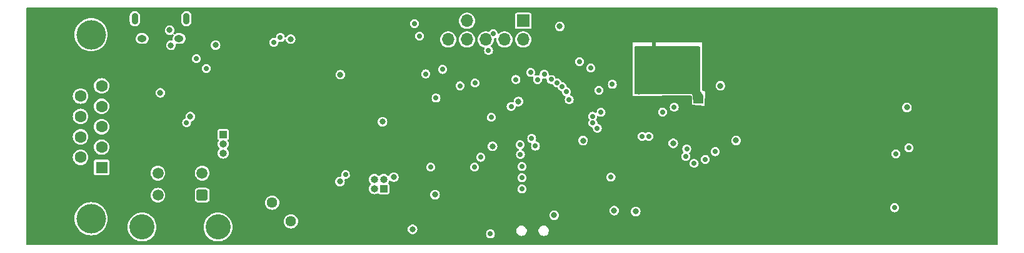
<source format=gbr>
%TF.GenerationSoftware,KiCad,Pcbnew,7.0.5*%
%TF.CreationDate,2023-07-23T12:45:18-06:00*%
%TF.ProjectId,CAN-USB RF Module,43414e2d-5553-4422-9052-46204d6f6475,rev?*%
%TF.SameCoordinates,Original*%
%TF.FileFunction,Copper,L2,Inr*%
%TF.FilePolarity,Positive*%
%FSLAX46Y46*%
G04 Gerber Fmt 4.6, Leading zero omitted, Abs format (unit mm)*
G04 Created by KiCad (PCBNEW 7.0.5) date 2023-07-23 12:45:18*
%MOMM*%
%LPD*%
G01*
G04 APERTURE LIST*
G04 Aperture macros list*
%AMRoundRect*
0 Rectangle with rounded corners*
0 $1 Rounding radius*
0 $2 $3 $4 $5 $6 $7 $8 $9 X,Y pos of 4 corners*
0 Add a 4 corners polygon primitive as box body*
4,1,4,$2,$3,$4,$5,$6,$7,$8,$9,$2,$3,0*
0 Add four circle primitives for the rounded corners*
1,1,$1+$1,$2,$3*
1,1,$1+$1,$4,$5*
1,1,$1+$1,$6,$7*
1,1,$1+$1,$8,$9*
0 Add four rect primitives between the rounded corners*
20,1,$1+$1,$2,$3,$4,$5,0*
20,1,$1+$1,$4,$5,$6,$7,0*
20,1,$1+$1,$6,$7,$8,$9,0*
20,1,$1+$1,$8,$9,$2,$3,0*%
G04 Aperture macros list end*
%TA.AperFunction,ComponentPad*%
%ADD10R,1.000000X1.000000*%
%TD*%
%TA.AperFunction,ComponentPad*%
%ADD11O,1.000000X1.000000*%
%TD*%
%TA.AperFunction,ComponentPad*%
%ADD12C,4.000000*%
%TD*%
%TA.AperFunction,ComponentPad*%
%ADD13R,1.600000X1.600000*%
%TD*%
%TA.AperFunction,ComponentPad*%
%ADD14C,1.600000*%
%TD*%
%TA.AperFunction,ComponentPad*%
%ADD15O,0.890000X1.550000*%
%TD*%
%TA.AperFunction,ComponentPad*%
%ADD16O,1.250000X0.950000*%
%TD*%
%TA.AperFunction,ComponentPad*%
%ADD17RoundRect,0.250001X0.499999X0.499999X-0.499999X0.499999X-0.499999X-0.499999X0.499999X-0.499999X0*%
%TD*%
%TA.AperFunction,ComponentPad*%
%ADD18C,1.500000*%
%TD*%
%TA.AperFunction,ComponentPad*%
%ADD19C,3.410000*%
%TD*%
%TA.AperFunction,ComponentPad*%
%ADD20C,1.440000*%
%TD*%
%TA.AperFunction,ComponentPad*%
%ADD21R,1.700000X1.700000*%
%TD*%
%TA.AperFunction,ComponentPad*%
%ADD22O,1.700000X1.700000*%
%TD*%
%TA.AperFunction,ViaPad*%
%ADD23C,0.800000*%
%TD*%
%TA.AperFunction,ViaPad*%
%ADD24C,0.700000*%
%TD*%
%TA.AperFunction,Conductor*%
%ADD25C,0.500000*%
%TD*%
G04 APERTURE END LIST*
D10*
%TO.N,+5V*%
%TO.C,J1*%
X110010000Y-110687000D03*
D11*
%TO.N,/Power Regulator/5V*%
X108740000Y-110687000D03*
%TO.N,/Power Regulator/12V*%
X110010000Y-109417000D03*
%TO.N,/Power Regulator/FUSE_OUT*%
X108740000Y-109417000D03*
%TD*%
D12*
%TO.N,N/C*%
%TO.C,J7*%
X70381000Y-89771000D03*
X70381000Y-114771000D03*
D13*
%TO.N,unconnected-(J7-Pin_1-Pad1)*%
X71801000Y-107811000D03*
D14*
%TO.N,/CAN Tranciever/CD-*%
X71801000Y-105041000D03*
%TO.N,unconnected-(J7-Pin_3-Pad3)*%
X71801000Y-102271000D03*
%TO.N,unconnected-(J7-Pin_4-Pad4)*%
X71801000Y-99501000D03*
%TO.N,unconnected-(J7-Pin_5-Pad5)*%
X71801000Y-96731000D03*
%TO.N,unconnected-(J7-Pin_6-Pad6)*%
X68961000Y-106426000D03*
%TO.N,/CAN Tranciever/CD+*%
X68961000Y-103656000D03*
%TO.N,unconnected-(J7-Pin_8-Pad8)*%
X68961000Y-100886000D03*
%TO.N,unconnected-(J7-Pin_9-Pad9)*%
X68961000Y-98116000D03*
%TD*%
D15*
%TO.N,unconnected-(J2-Shield-Pad6)*%
%TO.C,J2*%
X83296000Y-87597000D03*
D16*
X82296000Y-90297000D03*
X77296000Y-90297000D03*
D15*
X76296000Y-87597000D03*
%TD*%
D17*
%TO.N,+12V*%
%TO.C,J6*%
X85423000Y-111585000D03*
D18*
%TO.N,GND*%
X82423000Y-111585000D03*
%TO.N,unconnected-(J6-Pin_3-Pad3)*%
X79423000Y-111585000D03*
%TO.N,+12V*%
X85423000Y-108585000D03*
%TO.N,GND*%
X82423000Y-108585000D03*
%TO.N,unconnected-(J6-Pin_6-Pad6)*%
X79423000Y-108585000D03*
D19*
%TO.N,N/C*%
X87573000Y-115905000D03*
X77273000Y-115905000D03*
%TD*%
D20*
%TO.N,unconnected-(RV1-Pad1)*%
%TO.C,RV1*%
X97437000Y-115132000D03*
%TO.N,Net-(R24-Pad2)*%
X94897000Y-112592000D03*
%TO.N,GND*%
X92357000Y-115132000D03*
%TD*%
D21*
%TO.N,+3V3*%
%TO.C,J5*%
X128905000Y-87884000D03*
D22*
%TO.N,/DEBUG_SWDIO*%
X128905000Y-90424000D03*
%TO.N,GND*%
X126365000Y-87884000D03*
%TO.N,/DEBUG_SWCLK*%
X126365000Y-90424000D03*
%TO.N,GND*%
X123825000Y-87884000D03*
%TO.N,/DEBUG_SWO*%
X123825000Y-90424000D03*
%TO.N,unconnected-(J5-Pin_7-Pad7)*%
X121285000Y-87884000D03*
%TO.N,unconnected-(J5-Pin_8-Pad8)*%
X121285000Y-90424000D03*
%TO.N,GND*%
X118745000Y-87884000D03*
%TO.N,/NRST*%
X118745000Y-90424000D03*
%TD*%
D10*
%TO.N,VBUS_UP*%
%TO.C,JP2*%
X88265000Y-103321000D03*
D11*
%TO.N,/Power Regulator/FUSE_IN*%
X88265000Y-104591000D03*
%TO.N,+12V*%
X88265000Y-105861000D03*
%TD*%
D23*
%TO.N,GND*%
X142922600Y-88773000D03*
X94869000Y-108401000D03*
X116586000Y-105410000D03*
X125603000Y-102362000D03*
X90124000Y-93487500D03*
X154559000Y-112141000D03*
X152066600Y-101615000D03*
X142795600Y-110871000D03*
X186944000Y-112141000D03*
X147621600Y-112141000D03*
X182499000Y-88773000D03*
X101854000Y-106750000D03*
X175802600Y-99387000D03*
X175514000Y-88773000D03*
X118491000Y-102489000D03*
X142748000Y-109728000D03*
X113411000Y-102997000D03*
X158750000Y-112141000D03*
X144573600Y-97536000D03*
X120269000Y-102489000D03*
X154682800Y-95925400D03*
X155956000Y-112141000D03*
X174244000Y-112141000D03*
X103378000Y-106750000D03*
X151995600Y-92075000D03*
X90632000Y-90881500D03*
X105649000Y-110179000D03*
X161544000Y-112141000D03*
X147113600Y-93599000D03*
X135005210Y-104020062D03*
X161309600Y-107401600D03*
X137033000Y-88900000D03*
X92456000Y-102432000D03*
X153895400Y-95392000D03*
X172720000Y-112141000D03*
X154559000Y-88773000D03*
X171323000Y-112141000D03*
X192532000Y-108204000D03*
X116586000Y-103886000D03*
X109728000Y-103124000D03*
X116586000Y-102489000D03*
X175641000Y-112141000D03*
X111350506Y-112850688D03*
X185547000Y-112141000D03*
X188515600Y-88773000D03*
X192532000Y-96774000D03*
X153162000Y-112141000D03*
X124841000Y-88519000D03*
X161544000Y-88773000D03*
X101854000Y-104845000D03*
X190500000Y-88773000D03*
X129032000Y-97663000D03*
X192532000Y-90170000D03*
X186690000Y-88773000D03*
X178308000Y-88773000D03*
X178330800Y-99654600D03*
X78359000Y-91186000D03*
X131476500Y-100175000D03*
X81534000Y-100584000D03*
X142922600Y-94234000D03*
X131476500Y-102588000D03*
X155114600Y-103139000D03*
X96139000Y-93853000D03*
X157353000Y-88773000D03*
X120269000Y-103886000D03*
X185293000Y-88773000D03*
X153162000Y-88773000D03*
X122329000Y-110814000D03*
X105791000Y-108655000D03*
X116586000Y-100965000D03*
X192532000Y-109474000D03*
X142922600Y-96853400D03*
X176911000Y-88773000D03*
X163102600Y-98625000D03*
X85344000Y-100367000D03*
X93853000Y-107893000D03*
X146431000Y-112141000D03*
X145208600Y-112141000D03*
X147748600Y-88773000D03*
X143938600Y-88773000D03*
X118491000Y-105410000D03*
X164338000Y-112141000D03*
X160147000Y-112141000D03*
X179104600Y-101546000D03*
X155114600Y-100091000D03*
X155114600Y-101615000D03*
X188468000Y-112141000D03*
X142922600Y-92916400D03*
X145002200Y-88773000D03*
X142922600Y-91567000D03*
X182753000Y-112141000D03*
X119055101Y-115359000D03*
X152066600Y-100091000D03*
X109254845Y-99625547D03*
X164338000Y-88773000D03*
X178435000Y-112141000D03*
X189738000Y-112141000D03*
X148764600Y-112141000D03*
X96901000Y-88265000D03*
X132520500Y-101445000D03*
X185820600Y-102575600D03*
X168529000Y-88773000D03*
X157781600Y-97551000D03*
X90632000Y-96088500D03*
X192532000Y-91567000D03*
X122329000Y-109290000D03*
X167928600Y-99260000D03*
X179959000Y-112141000D03*
X142922600Y-98171000D03*
X158750000Y-88773000D03*
X171865600Y-98752000D03*
X116078000Y-116332000D03*
X162941000Y-88773000D03*
X131496500Y-101420500D03*
X125984000Y-88773000D03*
X93881000Y-115132000D03*
X162467600Y-102435000D03*
X133635500Y-102588000D03*
X147748600Y-103901000D03*
X181356000Y-112141000D03*
X118039101Y-116375000D03*
X153590600Y-101615000D03*
X105504499Y-112807001D03*
X165735000Y-88773000D03*
X174117000Y-88773000D03*
X120269000Y-105410000D03*
X136017000Y-87884000D03*
X132492500Y-102588000D03*
X153590600Y-103139000D03*
X179705000Y-88773000D03*
X114221997Y-111390999D03*
X120269000Y-100965000D03*
X127000000Y-106172000D03*
X119761000Y-88392000D03*
X184150000Y-112141000D03*
X169926000Y-88773000D03*
X118491000Y-103886000D03*
X80899000Y-101346000D03*
X151765000Y-112141000D03*
X95377000Y-93091000D03*
X192532000Y-88773000D03*
X172720000Y-88773000D03*
X80899000Y-99822000D03*
X137795000Y-103312213D03*
X177038000Y-112141000D03*
X160147000Y-88773000D03*
X165735000Y-112141000D03*
X81280000Y-98298000D03*
X159673600Y-99387000D03*
X152066600Y-103139000D03*
X192532000Y-110744000D03*
X157353000Y-112141000D03*
X103378000Y-104845000D03*
X161070600Y-103324000D03*
X111346499Y-114521001D03*
X130302000Y-98561500D03*
X133635500Y-100175000D03*
X183896000Y-88773000D03*
X171323000Y-88773000D03*
X192532000Y-92837000D03*
X191008000Y-112141000D03*
X142922600Y-95504000D03*
X125222000Y-106172000D03*
X153590600Y-100091000D03*
X179231600Y-104213000D03*
X110429999Y-114521001D03*
X99949000Y-108782000D03*
X192579600Y-106934000D03*
X118491000Y-100965000D03*
X149145600Y-88773000D03*
X142922600Y-90170000D03*
X146351600Y-88773000D03*
X138684000Y-104521000D03*
X169926000Y-112141000D03*
X165388600Y-102435000D03*
X96901000Y-93091000D03*
X192532000Y-112141000D03*
X167132000Y-88773000D03*
X151765000Y-88773000D03*
X98298000Y-102419000D03*
X103109000Y-110179000D03*
X148764600Y-95885000D03*
X184550600Y-102588000D03*
X168529000Y-112141000D03*
X132492500Y-100175000D03*
X192532000Y-94234000D03*
X107343000Y-101543000D03*
X192532000Y-95504000D03*
X181102000Y-88773000D03*
X162960600Y-107401600D03*
X143938600Y-112141000D03*
X142795600Y-112141000D03*
X110429999Y-112870001D03*
X167132000Y-112141000D03*
X112715999Y-111981001D03*
X133655500Y-101420500D03*
X162941000Y-112141000D03*
X107889963Y-99569936D03*
X150415600Y-88773000D03*
X110859399Y-113718000D03*
D24*
%TO.N,/NRST*%
X124567250Y-100984750D03*
X124460000Y-116840000D03*
X123152500Y-106426000D03*
X117983000Y-94488000D03*
X120332500Y-96710500D03*
D23*
%TO.N,+3V3*%
X113919000Y-116205000D03*
X155609367Y-96704619D03*
X97409000Y-90373500D03*
X141224000Y-113665000D03*
X137003943Y-104151153D03*
X116967000Y-111506000D03*
X104140000Y-95199500D03*
X144145000Y-113792000D03*
X133096000Y-114300000D03*
X124742564Y-104939162D03*
X79756000Y-97663000D03*
X149225000Y-104521000D03*
X133858000Y-88646000D03*
X128253870Y-98843984D03*
X180867600Y-99654600D03*
X157734000Y-104140000D03*
%TO.N,+5V*%
X111379000Y-109125500D03*
X109855000Y-101600000D03*
X83820000Y-100890500D03*
D24*
%TO.N,/USB Interface/USB_D-*%
X85979000Y-94361000D03*
X84642100Y-93024100D03*
%TO.N,Net-(D8-K)*%
X122329000Y-107766000D03*
D23*
X104084185Y-109727377D03*
D24*
%TO.N,/BOOT0*%
X140792500Y-109132500D03*
X129921000Y-94908500D03*
%TO.N,/UART2_USB_CTS*%
X128484500Y-104735500D03*
X95123000Y-90812917D03*
%TO.N,/UART2_USB_RTS*%
X128524000Y-106045000D03*
X115697000Y-95099000D03*
%TO.N,/UART2_USB_TX*%
X122364500Y-96329500D03*
X130048000Y-103886000D03*
%TO.N,/UART2_USB_RX*%
X96011500Y-90170000D03*
X130556000Y-104902000D03*
%TO.N,/SPI1_MISO*%
X150923600Y-106314000D03*
X152053711Y-107254999D03*
%TO.N,/SPI1_MOSI*%
X153566100Y-106707100D03*
X151050600Y-105298000D03*
%TO.N,/DIO0*%
X145904487Y-103589310D03*
X149352000Y-99640500D03*
%TO.N,/DIO1*%
X145004985Y-103589501D03*
X147768306Y-100270306D03*
%TO.N,/CAN_TX*%
X117094000Y-98385500D03*
X83312000Y-101727000D03*
%TO.N,/SW_RXTX*%
X133468330Y-96290129D03*
X179199000Y-113284000D03*
X181121600Y-105156000D03*
%TO.N,/SX_RESET*%
X140970000Y-96520000D03*
X132682507Y-95852423D03*
%TO.N,/DIO2*%
X138056150Y-94299779D03*
X131748294Y-95135111D03*
%TO.N,/DIO3*%
X130834092Y-95883802D03*
X136525000Y-93432500D03*
%TO.N,/LoRa Tranciever/RXTX_SX*%
X179364856Y-105958856D03*
X154915100Y-105664000D03*
%TO.N,/DEBUG_SWO*%
X124841000Y-89662000D03*
X134185085Y-96833606D03*
%TO.N,/DEBUG_SWCLK*%
X114173000Y-88265000D03*
X124206000Y-91941146D03*
X135128000Y-98611500D03*
%TO.N,/DEBUG_SWDIO*%
X114862642Y-89960808D03*
X127919358Y-95854642D03*
%TO.N,/Power Regulator/FUSE_IN*%
X104849755Y-108779947D03*
X116360000Y-107766000D03*
D23*
%TO.N,VBUS_UP*%
X81198317Y-91205128D03*
X87249000Y-91186000D03*
X81026000Y-89154000D03*
D24*
%TO.N,Net-(U1-PA10)*%
X138291580Y-100861737D03*
X128717500Y-107696000D03*
%TO.N,Net-(U1-PA9)*%
X128717500Y-109220000D03*
X138336135Y-101760135D03*
%TO.N,Net-(U1-PA8)*%
X138938000Y-102489000D03*
X128717500Y-110744000D03*
%TO.N,/DIO4*%
X139152500Y-97312702D03*
X134747000Y-97536000D03*
%TO.N,/DIO5*%
X139443500Y-100330000D03*
X127260169Y-99528500D03*
%TD*%
D25*
%TO.N,GND*%
X146605600Y-91821000D02*
X146605600Y-89916000D01*
X148002600Y-93218000D02*
X146605600Y-91821000D01*
X148002600Y-93472000D02*
X148002600Y-93218000D01*
%TD*%
%TA.AperFunction,Conductor*%
%TO.N,GND*%
G36*
X152720422Y-91359767D02*
G01*
X152787288Y-91380030D01*
X152832585Y-91433228D01*
X152843349Y-91484071D01*
X152828600Y-97409002D01*
X153229255Y-97917189D01*
X153255303Y-97982021D01*
X153255879Y-97993960D01*
X153255879Y-99014599D01*
X153236194Y-99081638D01*
X153183390Y-99127393D01*
X153129540Y-99138577D01*
X152030376Y-99117842D01*
X151963720Y-99096896D01*
X151918969Y-99043239D01*
X151908752Y-98996909D01*
X151886593Y-98094800D01*
X151807917Y-97865366D01*
X151461536Y-97815400D01*
X151461534Y-97815400D01*
X151461525Y-97815399D01*
X144129501Y-97840376D01*
X144062395Y-97820920D01*
X144016461Y-97768272D01*
X144005079Y-97716377D01*
X144005079Y-91409476D01*
X144024764Y-91342437D01*
X144077568Y-91296682D01*
X144130148Y-91285481D01*
X152720422Y-91359767D01*
G37*
%TD.AperFunction*%
%TD*%
%TA.AperFunction,Conductor*%
%TO.N,GND*%
G36*
X193109539Y-86126185D02*
G01*
X193155294Y-86178989D01*
X193166500Y-86230500D01*
X193166500Y-118239500D01*
X193146815Y-118306539D01*
X193094011Y-118352294D01*
X193042500Y-118363500D01*
X61719000Y-118363500D01*
X61651961Y-118343815D01*
X61606206Y-118291011D01*
X61595000Y-118239500D01*
X61595000Y-114771007D01*
X68125671Y-114771007D01*
X68144964Y-115065363D01*
X68144965Y-115065373D01*
X68144966Y-115065380D01*
X68144968Y-115065390D01*
X68202518Y-115354716D01*
X68202521Y-115354730D01*
X68297349Y-115634080D01*
X68427825Y-115898660D01*
X68427829Y-115898667D01*
X68591725Y-116143955D01*
X68786241Y-116365758D01*
X68981688Y-116537160D01*
X69008043Y-116560273D01*
X69253335Y-116724172D01*
X69517923Y-116854652D01*
X69797278Y-116949481D01*
X70086620Y-117007034D01*
X70114888Y-117008886D01*
X70380993Y-117026329D01*
X70381000Y-117026329D01*
X70381007Y-117026329D01*
X70616675Y-117010881D01*
X70675380Y-117007034D01*
X70964722Y-116949481D01*
X71244077Y-116854652D01*
X71508665Y-116724172D01*
X71753957Y-116560273D01*
X71975758Y-116365758D01*
X72170273Y-116143957D01*
X72329938Y-115905001D01*
X75312505Y-115905001D01*
X75332460Y-116184013D01*
X75391917Y-116457328D01*
X75391919Y-116457335D01*
X75421692Y-116537159D01*
X75489671Y-116719420D01*
X75489673Y-116719424D01*
X75623723Y-116964918D01*
X75623728Y-116964926D01*
X75791350Y-117188843D01*
X75791366Y-117188861D01*
X75989138Y-117386633D01*
X75989156Y-117386649D01*
X76213073Y-117554271D01*
X76213081Y-117554276D01*
X76458575Y-117688326D01*
X76458579Y-117688328D01*
X76458581Y-117688329D01*
X76720665Y-117786081D01*
X76857328Y-117815810D01*
X76993986Y-117845539D01*
X76993988Y-117845539D01*
X76993992Y-117845540D01*
X77241934Y-117863273D01*
X77272999Y-117865495D01*
X77273000Y-117865495D01*
X77273001Y-117865495D01*
X77300952Y-117863495D01*
X77552008Y-117845540D01*
X77825335Y-117786081D01*
X78087419Y-117688329D01*
X78332924Y-117554273D01*
X78556851Y-117386643D01*
X78754643Y-117188851D01*
X78922273Y-116964924D01*
X79056329Y-116719419D01*
X79154081Y-116457335D01*
X79213540Y-116184008D01*
X79233495Y-115905001D01*
X85612505Y-115905001D01*
X85632460Y-116184013D01*
X85691917Y-116457328D01*
X85691919Y-116457335D01*
X85721692Y-116537159D01*
X85789671Y-116719420D01*
X85789673Y-116719424D01*
X85923723Y-116964918D01*
X85923728Y-116964926D01*
X86091350Y-117188843D01*
X86091366Y-117188861D01*
X86289138Y-117386633D01*
X86289156Y-117386649D01*
X86513073Y-117554271D01*
X86513081Y-117554276D01*
X86758575Y-117688326D01*
X86758579Y-117688328D01*
X86758581Y-117688329D01*
X87020665Y-117786081D01*
X87157328Y-117815810D01*
X87293986Y-117845539D01*
X87293988Y-117845539D01*
X87293992Y-117845540D01*
X87541934Y-117863273D01*
X87572999Y-117865495D01*
X87573000Y-117865495D01*
X87573001Y-117865495D01*
X87600952Y-117863495D01*
X87852008Y-117845540D01*
X88125335Y-117786081D01*
X88387419Y-117688329D01*
X88632924Y-117554273D01*
X88856851Y-117386643D01*
X89054643Y-117188851D01*
X89222273Y-116964924D01*
X89356329Y-116719419D01*
X89454081Y-116457335D01*
X89508973Y-116205000D01*
X113263722Y-116205000D01*
X113282762Y-116361818D01*
X113332535Y-116493056D01*
X113338780Y-116509523D01*
X113428517Y-116639530D01*
X113546760Y-116744283D01*
X113546762Y-116744284D01*
X113686634Y-116817696D01*
X113840014Y-116855500D01*
X113840015Y-116855500D01*
X113997985Y-116855500D01*
X114060868Y-116840001D01*
X123854318Y-116840001D01*
X123874955Y-116996760D01*
X123874956Y-116996762D01*
X123935464Y-117142841D01*
X124031718Y-117268282D01*
X124157159Y-117364536D01*
X124303238Y-117425044D01*
X124381618Y-117435362D01*
X124459999Y-117445682D01*
X124460000Y-117445682D01*
X124460001Y-117445682D01*
X124512253Y-117438802D01*
X124616762Y-117425044D01*
X124762841Y-117364536D01*
X124888282Y-117268282D01*
X124984536Y-117142841D01*
X125045044Y-116996762D01*
X125065682Y-116840000D01*
X125045044Y-116683238D01*
X124984536Y-116537159D01*
X124950694Y-116493055D01*
X127974500Y-116493055D01*
X128015210Y-116658226D01*
X128094263Y-116808849D01*
X128123026Y-116841316D01*
X128207071Y-116936183D01*
X128294831Y-116996760D01*
X128347068Y-117032817D01*
X128347069Y-117032817D01*
X128347070Y-117032818D01*
X128506128Y-117093140D01*
X128582028Y-117102356D01*
X128632626Y-117108500D01*
X128632628Y-117108500D01*
X128717374Y-117108500D01*
X128759538Y-117103380D01*
X128843872Y-117093140D01*
X129002930Y-117032818D01*
X129142929Y-116936183D01*
X129255734Y-116808852D01*
X129334790Y-116658225D01*
X129375500Y-116493056D01*
X129375500Y-116493055D01*
X130974500Y-116493055D01*
X131015210Y-116658226D01*
X131094263Y-116808849D01*
X131123026Y-116841316D01*
X131207071Y-116936183D01*
X131294831Y-116996760D01*
X131347068Y-117032817D01*
X131347069Y-117032817D01*
X131347070Y-117032818D01*
X131506128Y-117093140D01*
X131582028Y-117102356D01*
X131632626Y-117108500D01*
X131632628Y-117108500D01*
X131717374Y-117108500D01*
X131759538Y-117103380D01*
X131843872Y-117093140D01*
X132002930Y-117032818D01*
X132142929Y-116936183D01*
X132255734Y-116808852D01*
X132334790Y-116658225D01*
X132375500Y-116493056D01*
X132375500Y-116322944D01*
X132334790Y-116157775D01*
X132308244Y-116107196D01*
X132255736Y-116007150D01*
X132198770Y-115942849D01*
X132142929Y-115879817D01*
X132093177Y-115845475D01*
X132002931Y-115783182D01*
X131843874Y-115722860D01*
X131843868Y-115722859D01*
X131717374Y-115707500D01*
X131717372Y-115707500D01*
X131632628Y-115707500D01*
X131632626Y-115707500D01*
X131506131Y-115722859D01*
X131506125Y-115722860D01*
X131347068Y-115783182D01*
X131207072Y-115879816D01*
X131094263Y-116007150D01*
X131015210Y-116157773D01*
X130974500Y-116322944D01*
X130974500Y-116493055D01*
X129375500Y-116493055D01*
X129375500Y-116322944D01*
X129334790Y-116157775D01*
X129308244Y-116107196D01*
X129255736Y-116007150D01*
X129198770Y-115942849D01*
X129142929Y-115879817D01*
X129093177Y-115845475D01*
X129002931Y-115783182D01*
X128843874Y-115722860D01*
X128843868Y-115722859D01*
X128717374Y-115707500D01*
X128717372Y-115707500D01*
X128632628Y-115707500D01*
X128632626Y-115707500D01*
X128506131Y-115722859D01*
X128506125Y-115722860D01*
X128347068Y-115783182D01*
X128207072Y-115879816D01*
X128094263Y-116007150D01*
X128015210Y-116157773D01*
X127974500Y-116322944D01*
X127974500Y-116493055D01*
X124950694Y-116493055D01*
X124888282Y-116411718D01*
X124762841Y-116315464D01*
X124616762Y-116254956D01*
X124616760Y-116254955D01*
X124460001Y-116234318D01*
X124459999Y-116234318D01*
X124303239Y-116254955D01*
X124303237Y-116254956D01*
X124157160Y-116315463D01*
X124031718Y-116411718D01*
X123935463Y-116537160D01*
X123874956Y-116683237D01*
X123874955Y-116683239D01*
X123854318Y-116839998D01*
X123854318Y-116840001D01*
X114060868Y-116840001D01*
X114151365Y-116817696D01*
X114151364Y-116817696D01*
X114291240Y-116744283D01*
X114409483Y-116639530D01*
X114499220Y-116509523D01*
X114555237Y-116361818D01*
X114574278Y-116205000D01*
X114562403Y-116107195D01*
X114555237Y-116048181D01*
X114533992Y-115992163D01*
X114499220Y-115900477D01*
X114409483Y-115770470D01*
X114291240Y-115665717D01*
X114291238Y-115665716D01*
X114291237Y-115665715D01*
X114151365Y-115592303D01*
X113997986Y-115554500D01*
X113997985Y-115554500D01*
X113840015Y-115554500D01*
X113840014Y-115554500D01*
X113686634Y-115592303D01*
X113546762Y-115665715D01*
X113428516Y-115770471D01*
X113338781Y-115900475D01*
X113338780Y-115900476D01*
X113282762Y-116048181D01*
X113263722Y-116204999D01*
X113263722Y-116205000D01*
X89508973Y-116205000D01*
X89513540Y-116184008D01*
X89533495Y-115905000D01*
X89533171Y-115900476D01*
X89520468Y-115722859D01*
X89513540Y-115625992D01*
X89506211Y-115592303D01*
X89454082Y-115352671D01*
X89454081Y-115352665D01*
X89371777Y-115132000D01*
X96461804Y-115132000D01*
X96480541Y-115322249D01*
X96536037Y-115505195D01*
X96626150Y-115673784D01*
X96626155Y-115673791D01*
X96747431Y-115821568D01*
X96841369Y-115898660D01*
X96895210Y-115942846D01*
X96895213Y-115942847D01*
X96895215Y-115942849D01*
X97063804Y-116032962D01*
X97063806Y-116032962D01*
X97063809Y-116032964D01*
X97246749Y-116088458D01*
X97437000Y-116107196D01*
X97627251Y-116088458D01*
X97810191Y-116032964D01*
X97978790Y-115942846D01*
X98126568Y-115821568D01*
X98247846Y-115673790D01*
X98337964Y-115505191D01*
X98393458Y-115322251D01*
X98412196Y-115132000D01*
X98393458Y-114941749D01*
X98337964Y-114758809D01*
X98337962Y-114758806D01*
X98337962Y-114758804D01*
X98247849Y-114590215D01*
X98247847Y-114590213D01*
X98247846Y-114590210D01*
X98210962Y-114545267D01*
X98126568Y-114442431D01*
X97978791Y-114321155D01*
X97978784Y-114321150D01*
X97939215Y-114300000D01*
X132440721Y-114300000D01*
X132459762Y-114456818D01*
X132510351Y-114590208D01*
X132515780Y-114604523D01*
X132605517Y-114734530D01*
X132723760Y-114839283D01*
X132734807Y-114845081D01*
X132863634Y-114912696D01*
X133017014Y-114950500D01*
X133017015Y-114950500D01*
X133174985Y-114950500D01*
X133328365Y-114912696D01*
X133328364Y-114912696D01*
X133468240Y-114839283D01*
X133586483Y-114734530D01*
X133676220Y-114604523D01*
X133732237Y-114456818D01*
X133751278Y-114300000D01*
X133745903Y-114255728D01*
X133732237Y-114143181D01*
X133710992Y-114087163D01*
X133676220Y-113995477D01*
X133586483Y-113865470D01*
X133468240Y-113760717D01*
X133468238Y-113760716D01*
X133468237Y-113760715D01*
X133328365Y-113687303D01*
X133237875Y-113665000D01*
X140568722Y-113665000D01*
X140587762Y-113821818D01*
X140620418Y-113907923D01*
X140643780Y-113969523D01*
X140733517Y-114099530D01*
X140851760Y-114204283D01*
X140851762Y-114204284D01*
X140991634Y-114277696D01*
X141145014Y-114315500D01*
X141145015Y-114315500D01*
X141302985Y-114315500D01*
X141456365Y-114277696D01*
X141498223Y-114255727D01*
X141596240Y-114204283D01*
X141714483Y-114099530D01*
X141804220Y-113969523D01*
X141860237Y-113821818D01*
X141863858Y-113792000D01*
X143489722Y-113792000D01*
X143508762Y-113948818D01*
X143526458Y-113995477D01*
X143564780Y-114096523D01*
X143654517Y-114226530D01*
X143772760Y-114331283D01*
X143772762Y-114331284D01*
X143912634Y-114404696D01*
X144066014Y-114442500D01*
X144066015Y-114442500D01*
X144223985Y-114442500D01*
X144377365Y-114404696D01*
X144377364Y-114404696D01*
X144517240Y-114331283D01*
X144635483Y-114226530D01*
X144725220Y-114096523D01*
X144781237Y-113948818D01*
X144800278Y-113792000D01*
X144790599Y-113712281D01*
X144781237Y-113635181D01*
X144733072Y-113508182D01*
X144725220Y-113487477D01*
X144635483Y-113357470D01*
X144552553Y-113284001D01*
X178593318Y-113284001D01*
X178613955Y-113440760D01*
X178613956Y-113440762D01*
X178674464Y-113586841D01*
X178770718Y-113712282D01*
X178896159Y-113808536D01*
X179042238Y-113869044D01*
X179120618Y-113879363D01*
X179198999Y-113889682D01*
X179199000Y-113889682D01*
X179199001Y-113889682D01*
X179251254Y-113882802D01*
X179355762Y-113869044D01*
X179501841Y-113808536D01*
X179627282Y-113712282D01*
X179723536Y-113586841D01*
X179784044Y-113440762D01*
X179804682Y-113284000D01*
X179784044Y-113127238D01*
X179723536Y-112981159D01*
X179627282Y-112855718D01*
X179501841Y-112759464D01*
X179355762Y-112698956D01*
X179355760Y-112698955D01*
X179199001Y-112678318D01*
X179198999Y-112678318D01*
X179042239Y-112698955D01*
X179042237Y-112698956D01*
X178896160Y-112759463D01*
X178770718Y-112855718D01*
X178674463Y-112981160D01*
X178613956Y-113127237D01*
X178613955Y-113127239D01*
X178593318Y-113283998D01*
X178593318Y-113284001D01*
X144552553Y-113284001D01*
X144517240Y-113252717D01*
X144517238Y-113252716D01*
X144517237Y-113252715D01*
X144377365Y-113179303D01*
X144223986Y-113141500D01*
X144223985Y-113141500D01*
X144066015Y-113141500D01*
X144066014Y-113141500D01*
X143912634Y-113179303D01*
X143772762Y-113252715D01*
X143654516Y-113357471D01*
X143564781Y-113487475D01*
X143564780Y-113487476D01*
X143508762Y-113635181D01*
X143489722Y-113791999D01*
X143489722Y-113792000D01*
X141863858Y-113792000D01*
X141879278Y-113665000D01*
X141875658Y-113635182D01*
X141860237Y-113508181D01*
X141834667Y-113440760D01*
X141804220Y-113360477D01*
X141714483Y-113230470D01*
X141596240Y-113125717D01*
X141596238Y-113125716D01*
X141596237Y-113125715D01*
X141456365Y-113052303D01*
X141302986Y-113014500D01*
X141302985Y-113014500D01*
X141145015Y-113014500D01*
X141145014Y-113014500D01*
X140991634Y-113052303D01*
X140851762Y-113125715D01*
X140733516Y-113230471D01*
X140643781Y-113360475D01*
X140643780Y-113360476D01*
X140587762Y-113508181D01*
X140568722Y-113664999D01*
X140568722Y-113665000D01*
X133237875Y-113665000D01*
X133174986Y-113649500D01*
X133174985Y-113649500D01*
X133017015Y-113649500D01*
X133017014Y-113649500D01*
X132863634Y-113687303D01*
X132723762Y-113760715D01*
X132605516Y-113865471D01*
X132515781Y-113995475D01*
X132515780Y-113995476D01*
X132459762Y-114143181D01*
X132440721Y-114299999D01*
X132440721Y-114300000D01*
X97939215Y-114300000D01*
X97810195Y-114231037D01*
X97627249Y-114175541D01*
X97437000Y-114156804D01*
X97246750Y-114175541D01*
X97063804Y-114231037D01*
X96895215Y-114321150D01*
X96895208Y-114321155D01*
X96747431Y-114442431D01*
X96626155Y-114590208D01*
X96626150Y-114590215D01*
X96536037Y-114758804D01*
X96480541Y-114941750D01*
X96461804Y-115132000D01*
X89371777Y-115132000D01*
X89356329Y-115090581D01*
X89259196Y-114912696D01*
X89222276Y-114845081D01*
X89222271Y-114845073D01*
X89054649Y-114621156D01*
X89054633Y-114621138D01*
X88856861Y-114423366D01*
X88856843Y-114423350D01*
X88632926Y-114255728D01*
X88632918Y-114255723D01*
X88387424Y-114121673D01*
X88387420Y-114121671D01*
X88288059Y-114084611D01*
X88125335Y-114023919D01*
X88125331Y-114023918D01*
X88125328Y-114023917D01*
X87852013Y-113964460D01*
X87573001Y-113944505D01*
X87572999Y-113944505D01*
X87293986Y-113964460D01*
X87020671Y-114023917D01*
X87020666Y-114023918D01*
X87020665Y-114023919D01*
X86957300Y-114047552D01*
X86758579Y-114121671D01*
X86758575Y-114121673D01*
X86513081Y-114255723D01*
X86513073Y-114255728D01*
X86289156Y-114423350D01*
X86289138Y-114423366D01*
X86091366Y-114621138D01*
X86091350Y-114621156D01*
X85923728Y-114845073D01*
X85923723Y-114845081D01*
X85789673Y-115090575D01*
X85789671Y-115090579D01*
X85691917Y-115352671D01*
X85632460Y-115625986D01*
X85612505Y-115904998D01*
X85612505Y-115905001D01*
X79233495Y-115905001D01*
X79233495Y-115905000D01*
X79233171Y-115900476D01*
X79220468Y-115722859D01*
X79213540Y-115625992D01*
X79206211Y-115592303D01*
X79154082Y-115352671D01*
X79154081Y-115352665D01*
X79056329Y-115090581D01*
X78959196Y-114912696D01*
X78922276Y-114845081D01*
X78922271Y-114845073D01*
X78754649Y-114621156D01*
X78754633Y-114621138D01*
X78556861Y-114423366D01*
X78556843Y-114423350D01*
X78332926Y-114255728D01*
X78332918Y-114255723D01*
X78087424Y-114121673D01*
X78087420Y-114121671D01*
X77988059Y-114084611D01*
X77825335Y-114023919D01*
X77825331Y-114023918D01*
X77825328Y-114023917D01*
X77552013Y-113964460D01*
X77273001Y-113944505D01*
X77272999Y-113944505D01*
X76993986Y-113964460D01*
X76720671Y-114023917D01*
X76720666Y-114023918D01*
X76720665Y-114023919D01*
X76657300Y-114047552D01*
X76458579Y-114121671D01*
X76458575Y-114121673D01*
X76213081Y-114255723D01*
X76213073Y-114255728D01*
X75989156Y-114423350D01*
X75989138Y-114423366D01*
X75791366Y-114621138D01*
X75791350Y-114621156D01*
X75623728Y-114845073D01*
X75623723Y-114845081D01*
X75489673Y-115090575D01*
X75489671Y-115090579D01*
X75391917Y-115352671D01*
X75332460Y-115625986D01*
X75312505Y-115904998D01*
X75312505Y-115905001D01*
X72329938Y-115905001D01*
X72334172Y-115898665D01*
X72464652Y-115634077D01*
X72559481Y-115354722D01*
X72617034Y-115065380D01*
X72627042Y-114912696D01*
X72636329Y-114771007D01*
X72636329Y-114770992D01*
X72617035Y-114476636D01*
X72617034Y-114476620D01*
X72559481Y-114187278D01*
X72464652Y-113907923D01*
X72334172Y-113643336D01*
X72170273Y-113398043D01*
X72127655Y-113349447D01*
X71975758Y-113176241D01*
X71753955Y-112981725D01*
X71508667Y-112817829D01*
X71508660Y-112817825D01*
X71244080Y-112687349D01*
X70964730Y-112592521D01*
X70964724Y-112592519D01*
X70964722Y-112592519D01*
X70962113Y-112592000D01*
X93921804Y-112592000D01*
X93940541Y-112782249D01*
X93996037Y-112965195D01*
X94086150Y-113133784D01*
X94086153Y-113133788D01*
X94086154Y-113133790D01*
X94104595Y-113156261D01*
X94207431Y-113281568D01*
X94299919Y-113357470D01*
X94355210Y-113402846D01*
X94355213Y-113402847D01*
X94355215Y-113402849D01*
X94523804Y-113492962D01*
X94523806Y-113492962D01*
X94523809Y-113492964D01*
X94706749Y-113548458D01*
X94897000Y-113567196D01*
X95087251Y-113548458D01*
X95270191Y-113492964D01*
X95280457Y-113487477D01*
X95438784Y-113402849D01*
X95438782Y-113402849D01*
X95438790Y-113402846D01*
X95586568Y-113281568D01*
X95707846Y-113133790D01*
X95789125Y-112981727D01*
X95797962Y-112965195D01*
X95797962Y-112965194D01*
X95797964Y-112965191D01*
X95853458Y-112782251D01*
X95872196Y-112592000D01*
X95853458Y-112401749D01*
X95797964Y-112218809D01*
X95797962Y-112218806D01*
X95797962Y-112218804D01*
X95707849Y-112050215D01*
X95707847Y-112050213D01*
X95707846Y-112050210D01*
X95670962Y-112005267D01*
X95586568Y-111902431D01*
X95438791Y-111781155D01*
X95438784Y-111781150D01*
X95270195Y-111691037D01*
X95087249Y-111635541D01*
X94897000Y-111616804D01*
X94706750Y-111635541D01*
X94523804Y-111691037D01*
X94355215Y-111781150D01*
X94355208Y-111781155D01*
X94207431Y-111902431D01*
X94086155Y-112050208D01*
X94086150Y-112050215D01*
X93996037Y-112218804D01*
X93940541Y-112401750D01*
X93921804Y-112592000D01*
X70962113Y-112592000D01*
X70675380Y-112534966D01*
X70675373Y-112534965D01*
X70675363Y-112534964D01*
X70381007Y-112515671D01*
X70380993Y-112515671D01*
X70086636Y-112534964D01*
X70086624Y-112534965D01*
X70086620Y-112534966D01*
X70086612Y-112534967D01*
X70086609Y-112534968D01*
X69797283Y-112592518D01*
X69797269Y-112592521D01*
X69517919Y-112687349D01*
X69253334Y-112817828D01*
X69008041Y-112981728D01*
X68786241Y-113176241D01*
X68591728Y-113398041D01*
X68427828Y-113643334D01*
X68297349Y-113907919D01*
X68202521Y-114187269D01*
X68202518Y-114187283D01*
X68144968Y-114476609D01*
X68144964Y-114476636D01*
X68125671Y-114770992D01*
X68125671Y-114771007D01*
X61595000Y-114771007D01*
X61595000Y-111585000D01*
X78417659Y-111585000D01*
X78436975Y-111781129D01*
X78494188Y-111969733D01*
X78587086Y-112143532D01*
X78587090Y-112143539D01*
X78712116Y-112295883D01*
X78864460Y-112420909D01*
X78864467Y-112420913D01*
X79038266Y-112513811D01*
X79038269Y-112513811D01*
X79038273Y-112513814D01*
X79226868Y-112571024D01*
X79423000Y-112590341D01*
X79619132Y-112571024D01*
X79807727Y-112513814D01*
X79981538Y-112420910D01*
X80133883Y-112295883D01*
X80258910Y-112143538D01*
X80264616Y-112132863D01*
X84422500Y-112132863D01*
X84422501Y-112132882D01*
X84428908Y-112192481D01*
X84479202Y-112327327D01*
X84479203Y-112327328D01*
X84479204Y-112327330D01*
X84565454Y-112442546D01*
X84680670Y-112528796D01*
X84680671Y-112528796D01*
X84680672Y-112528797D01*
X84815518Y-112579091D01*
X84815517Y-112579091D01*
X84822445Y-112579835D01*
X84875128Y-112585500D01*
X84875137Y-112585500D01*
X85970863Y-112585500D01*
X85970872Y-112585500D01*
X86030482Y-112579091D01*
X86165330Y-112528796D01*
X86280546Y-112442546D01*
X86366796Y-112327330D01*
X86417091Y-112192482D01*
X86423500Y-112132872D01*
X86423500Y-111506000D01*
X116311721Y-111506000D01*
X116330762Y-111662818D01*
X116375632Y-111781129D01*
X116386780Y-111810523D01*
X116476517Y-111940530D01*
X116594760Y-112045283D01*
X116604157Y-112050215D01*
X116734634Y-112118696D01*
X116888014Y-112156500D01*
X116888015Y-112156500D01*
X117045985Y-112156500D01*
X117199365Y-112118696D01*
X117339240Y-112045283D01*
X117457483Y-111940530D01*
X117547220Y-111810523D01*
X117603237Y-111662818D01*
X117622278Y-111506000D01*
X117605474Y-111367601D01*
X117603237Y-111349181D01*
X117578797Y-111284739D01*
X117547220Y-111201477D01*
X117457483Y-111071470D01*
X117339240Y-110966717D01*
X117339238Y-110966716D01*
X117339237Y-110966715D01*
X117199365Y-110893303D01*
X117045986Y-110855500D01*
X117045985Y-110855500D01*
X116888015Y-110855500D01*
X116888014Y-110855500D01*
X116734634Y-110893303D01*
X116594762Y-110966715D01*
X116476516Y-111071471D01*
X116386781Y-111201475D01*
X116386780Y-111201476D01*
X116330762Y-111349181D01*
X116311721Y-111505999D01*
X116311721Y-111506000D01*
X86423500Y-111506000D01*
X86423500Y-111037128D01*
X86417091Y-110977518D01*
X86417091Y-110977517D01*
X86366797Y-110842672D01*
X86366796Y-110842671D01*
X86366796Y-110842670D01*
X86280546Y-110727454D01*
X86226509Y-110687002D01*
X107984751Y-110687002D01*
X108003685Y-110855056D01*
X108059545Y-111014694D01*
X108059547Y-111014697D01*
X108149518Y-111157884D01*
X108149523Y-111157890D01*
X108269109Y-111277476D01*
X108269115Y-111277481D01*
X108412302Y-111367452D01*
X108412305Y-111367454D01*
X108412309Y-111367455D01*
X108412310Y-111367456D01*
X108473502Y-111388868D01*
X108571943Y-111423314D01*
X108739997Y-111442249D01*
X108740000Y-111442249D01*
X108740003Y-111442249D01*
X108908056Y-111423314D01*
X108909051Y-111422966D01*
X109067690Y-111367456D01*
X109067692Y-111367454D01*
X109067694Y-111367454D01*
X109067697Y-111367452D01*
X109149855Y-111315829D01*
X109217091Y-111296828D01*
X109283926Y-111317195D01*
X109318929Y-111351931D01*
X109329398Y-111367600D01*
X109412260Y-111422966D01*
X109412264Y-111422967D01*
X109485321Y-111437499D01*
X109485324Y-111437500D01*
X109485326Y-111437500D01*
X110534676Y-111437500D01*
X110534677Y-111437499D01*
X110607740Y-111422966D01*
X110690601Y-111367601D01*
X110745966Y-111284740D01*
X110760500Y-111211674D01*
X110760500Y-110744001D01*
X128111818Y-110744001D01*
X128132455Y-110900760D01*
X128132456Y-110900762D01*
X128179646Y-111014690D01*
X128192964Y-111046841D01*
X128289218Y-111172282D01*
X128414659Y-111268536D01*
X128560738Y-111329044D01*
X128639118Y-111339363D01*
X128717499Y-111349682D01*
X128717500Y-111349682D01*
X128717501Y-111349682D01*
X128769753Y-111342802D01*
X128874262Y-111329044D01*
X129020341Y-111268536D01*
X129145782Y-111172282D01*
X129242036Y-111046841D01*
X129302544Y-110900762D01*
X129322512Y-110749090D01*
X129323182Y-110744001D01*
X129323182Y-110743998D01*
X129302544Y-110587239D01*
X129302544Y-110587238D01*
X129242036Y-110441159D01*
X129145782Y-110315718D01*
X129020341Y-110219464D01*
X129012241Y-110216109D01*
X128874262Y-110158956D01*
X128874260Y-110158955D01*
X128717501Y-110138318D01*
X128717499Y-110138318D01*
X128560739Y-110158955D01*
X128560737Y-110158956D01*
X128414660Y-110219463D01*
X128289218Y-110315718D01*
X128192963Y-110441160D01*
X128132456Y-110587237D01*
X128132455Y-110587239D01*
X128111818Y-110743998D01*
X128111818Y-110744001D01*
X110760500Y-110744001D01*
X110760500Y-110162326D01*
X110760500Y-110162325D01*
X110760500Y-110162323D01*
X110760499Y-110162321D01*
X110745967Y-110089264D01*
X110745966Y-110089260D01*
X110721070Y-110052000D01*
X110690601Y-110006399D01*
X110674930Y-109995928D01*
X110630126Y-109942317D01*
X110621419Y-109872992D01*
X110638829Y-109826855D01*
X110690452Y-109744697D01*
X110690455Y-109744691D01*
X110690456Y-109744690D01*
X110725642Y-109644132D01*
X110766364Y-109587357D01*
X110831316Y-109561609D01*
X110899878Y-109575065D01*
X110924906Y-109592267D01*
X110983451Y-109644133D01*
X111006762Y-109664785D01*
X111146634Y-109738196D01*
X111300014Y-109776000D01*
X111300015Y-109776000D01*
X111457985Y-109776000D01*
X111611365Y-109738196D01*
X111611392Y-109738182D01*
X111751240Y-109664783D01*
X111869483Y-109560030D01*
X111959220Y-109430023D01*
X112015237Y-109282318D01*
X112022804Y-109220001D01*
X128111818Y-109220001D01*
X128132455Y-109376760D01*
X128132456Y-109376762D01*
X128189223Y-109513811D01*
X128192964Y-109522841D01*
X128289218Y-109648282D01*
X128414659Y-109744536D01*
X128560738Y-109805044D01*
X128639118Y-109815363D01*
X128717499Y-109825682D01*
X128717500Y-109825682D01*
X128717501Y-109825682D01*
X128769754Y-109818802D01*
X128874262Y-109805044D01*
X129020341Y-109744536D01*
X129145782Y-109648282D01*
X129242036Y-109522841D01*
X129302544Y-109376762D01*
X129323182Y-109220000D01*
X129321632Y-109208229D01*
X129311663Y-109132501D01*
X140186818Y-109132501D01*
X140207455Y-109289260D01*
X140207456Y-109289262D01*
X140265761Y-109430024D01*
X140267964Y-109435341D01*
X140364218Y-109560782D01*
X140489659Y-109657036D01*
X140635738Y-109717544D01*
X140710420Y-109727376D01*
X140792499Y-109738182D01*
X140792500Y-109738182D01*
X140792501Y-109738182D01*
X140844753Y-109731302D01*
X140949262Y-109717544D01*
X141095341Y-109657036D01*
X141220782Y-109560782D01*
X141317036Y-109435341D01*
X141377544Y-109289262D01*
X141398182Y-109132500D01*
X141397260Y-109125500D01*
X141377544Y-108975739D01*
X141377544Y-108975738D01*
X141317036Y-108829659D01*
X141220782Y-108704218D01*
X141095341Y-108607964D01*
X141042834Y-108586215D01*
X140949262Y-108547456D01*
X140949260Y-108547455D01*
X140792501Y-108526818D01*
X140792499Y-108526818D01*
X140635739Y-108547455D01*
X140635737Y-108547456D01*
X140489660Y-108607963D01*
X140364218Y-108704218D01*
X140267963Y-108829660D01*
X140207456Y-108975737D01*
X140207455Y-108975739D01*
X140186818Y-109132498D01*
X140186818Y-109132501D01*
X129311663Y-109132501D01*
X129305118Y-109082788D01*
X129302544Y-109063238D01*
X129242036Y-108917159D01*
X129145782Y-108791718D01*
X129020341Y-108695464D01*
X128984666Y-108680687D01*
X128874262Y-108634956D01*
X128874260Y-108634955D01*
X128717501Y-108614318D01*
X128717499Y-108614318D01*
X128560739Y-108634955D01*
X128560737Y-108634956D01*
X128414660Y-108695463D01*
X128289218Y-108791718D01*
X128192963Y-108917160D01*
X128132456Y-109063237D01*
X128132455Y-109063239D01*
X128111818Y-109219998D01*
X128111818Y-109220001D01*
X112022804Y-109220001D01*
X112034278Y-109125500D01*
X112015237Y-108968682D01*
X112006678Y-108946115D01*
X111974588Y-108861499D01*
X111959220Y-108820977D01*
X111869483Y-108690970D01*
X111751240Y-108586217D01*
X111751238Y-108586216D01*
X111751237Y-108586215D01*
X111611365Y-108512803D01*
X111457986Y-108475000D01*
X111457985Y-108475000D01*
X111300015Y-108475000D01*
X111300014Y-108475000D01*
X111146634Y-108512803D01*
X111006762Y-108586215D01*
X110951744Y-108634956D01*
X110900127Y-108680685D01*
X110888516Y-108690971D01*
X110798781Y-108820974D01*
X110777854Y-108876155D01*
X110735675Y-108931857D01*
X110670078Y-108955914D01*
X110601888Y-108940687D01*
X110574231Y-108919864D01*
X110480890Y-108826523D01*
X110480884Y-108826518D01*
X110337697Y-108736547D01*
X110337694Y-108736545D01*
X110178056Y-108680685D01*
X110010003Y-108661751D01*
X110009997Y-108661751D01*
X109841943Y-108680685D01*
X109682305Y-108736545D01*
X109682302Y-108736547D01*
X109539115Y-108826518D01*
X109539109Y-108826523D01*
X109462681Y-108902952D01*
X109401358Y-108936437D01*
X109331666Y-108931453D01*
X109287319Y-108902952D01*
X109210890Y-108826523D01*
X109210884Y-108826518D01*
X109067697Y-108736547D01*
X109067694Y-108736545D01*
X108908056Y-108680685D01*
X108740003Y-108661751D01*
X108739997Y-108661751D01*
X108571943Y-108680685D01*
X108412305Y-108736545D01*
X108412302Y-108736547D01*
X108269115Y-108826518D01*
X108269109Y-108826523D01*
X108149523Y-108946109D01*
X108149518Y-108946115D01*
X108059547Y-109089302D01*
X108059545Y-109089305D01*
X108003685Y-109248943D01*
X107984751Y-109416997D01*
X107984751Y-109417002D01*
X108003685Y-109585056D01*
X108059545Y-109744694D01*
X108059547Y-109744697D01*
X108149518Y-109887884D01*
X108149523Y-109887890D01*
X108225952Y-109964319D01*
X108259437Y-110025642D01*
X108254453Y-110095334D01*
X108225952Y-110139681D01*
X108149523Y-110216109D01*
X108149518Y-110216115D01*
X108059547Y-110359302D01*
X108059545Y-110359305D01*
X108003685Y-110518943D01*
X107984751Y-110686997D01*
X107984751Y-110687002D01*
X86226509Y-110687002D01*
X86165330Y-110641204D01*
X86165328Y-110641203D01*
X86165327Y-110641202D01*
X86030481Y-110590908D01*
X86030482Y-110590908D01*
X85970882Y-110584501D01*
X85970880Y-110584500D01*
X85970872Y-110584500D01*
X84875128Y-110584500D01*
X84875120Y-110584500D01*
X84875117Y-110584501D01*
X84815518Y-110590908D01*
X84680672Y-110641202D01*
X84680670Y-110641204D01*
X84565454Y-110727454D01*
X84479204Y-110842670D01*
X84479202Y-110842672D01*
X84428908Y-110977518D01*
X84422501Y-111037117D01*
X84422500Y-111037136D01*
X84422500Y-112132863D01*
X80264616Y-112132863D01*
X80351814Y-111969727D01*
X80409024Y-111781132D01*
X80428341Y-111585000D01*
X80409024Y-111388868D01*
X80351814Y-111200273D01*
X80351811Y-111200269D01*
X80351811Y-111200266D01*
X80258913Y-111026467D01*
X80258909Y-111026460D01*
X80133883Y-110874116D01*
X79981539Y-110749090D01*
X79981532Y-110749086D01*
X79807733Y-110656188D01*
X79807727Y-110656186D01*
X79619132Y-110598976D01*
X79619129Y-110598975D01*
X79423000Y-110579659D01*
X79226870Y-110598975D01*
X79038266Y-110656188D01*
X78864467Y-110749086D01*
X78864460Y-110749090D01*
X78712116Y-110874116D01*
X78587090Y-111026460D01*
X78587086Y-111026467D01*
X78494188Y-111200266D01*
X78436975Y-111388870D01*
X78417659Y-111585000D01*
X61595000Y-111585000D01*
X61595000Y-109727377D01*
X103428907Y-109727377D01*
X103447947Y-109884195D01*
X103501592Y-110025642D01*
X103503965Y-110031900D01*
X103593702Y-110161907D01*
X103711945Y-110266660D01*
X103711947Y-110266661D01*
X103851819Y-110340073D01*
X104005199Y-110377877D01*
X104005200Y-110377877D01*
X104163170Y-110377877D01*
X104316550Y-110340073D01*
X104362954Y-110315718D01*
X104456425Y-110266660D01*
X104574668Y-110161907D01*
X104664405Y-110031900D01*
X104720422Y-109884195D01*
X104739463Y-109727377D01*
X104720422Y-109570559D01*
X104713375Y-109551979D01*
X104708007Y-109482319D01*
X104741153Y-109420812D01*
X104802290Y-109386989D01*
X104845502Y-109385069D01*
X104849755Y-109385629D01*
X105006517Y-109364991D01*
X105152596Y-109304483D01*
X105278037Y-109208229D01*
X105374291Y-109082788D01*
X105434799Y-108936709D01*
X105455281Y-108781132D01*
X105455437Y-108779948D01*
X105455437Y-108779945D01*
X105436349Y-108634956D01*
X105434799Y-108623185D01*
X105374291Y-108477106D01*
X105278037Y-108351665D01*
X105152596Y-108255411D01*
X105068400Y-108220536D01*
X105006517Y-108194903D01*
X105006515Y-108194902D01*
X104849756Y-108174265D01*
X104849754Y-108174265D01*
X104692994Y-108194902D01*
X104692992Y-108194903D01*
X104546915Y-108255410D01*
X104421473Y-108351665D01*
X104325218Y-108477107D01*
X104264711Y-108623184D01*
X104264710Y-108623186D01*
X104244073Y-108779945D01*
X104244073Y-108779947D01*
X104262493Y-108919864D01*
X104264709Y-108936692D01*
X104253943Y-109005727D01*
X104207564Y-109057983D01*
X104141770Y-109076877D01*
X104005199Y-109076877D01*
X103851819Y-109114680D01*
X103711947Y-109188092D01*
X103593701Y-109292848D01*
X103503966Y-109422852D01*
X103503965Y-109422853D01*
X103447947Y-109570558D01*
X103428907Y-109727376D01*
X103428907Y-109727377D01*
X61595000Y-109727377D01*
X61595000Y-108635678D01*
X70750500Y-108635678D01*
X70765032Y-108708735D01*
X70765033Y-108708739D01*
X70765034Y-108708740D01*
X70820399Y-108791601D01*
X70903260Y-108846966D01*
X70903264Y-108846967D01*
X70976321Y-108861499D01*
X70976324Y-108861500D01*
X70976326Y-108861500D01*
X72625676Y-108861500D01*
X72625677Y-108861499D01*
X72698740Y-108846966D01*
X72781601Y-108791601D01*
X72836966Y-108708740D01*
X72851500Y-108635674D01*
X72851500Y-108585000D01*
X78417659Y-108585000D01*
X78436975Y-108781129D01*
X78436976Y-108781132D01*
X78484169Y-108936707D01*
X78494188Y-108969733D01*
X78587086Y-109143532D01*
X78587090Y-109143539D01*
X78712116Y-109295883D01*
X78864460Y-109420909D01*
X78864467Y-109420913D01*
X79038266Y-109513811D01*
X79038269Y-109513811D01*
X79038273Y-109513814D01*
X79226868Y-109571024D01*
X79423000Y-109590341D01*
X79619132Y-109571024D01*
X79807727Y-109513814D01*
X79981538Y-109420910D01*
X80133883Y-109295883D01*
X80258910Y-109143538D01*
X80351814Y-108969727D01*
X80409024Y-108781132D01*
X80428341Y-108585000D01*
X84417659Y-108585000D01*
X84436975Y-108781129D01*
X84436976Y-108781132D01*
X84484169Y-108936707D01*
X84494188Y-108969733D01*
X84587086Y-109143532D01*
X84587090Y-109143539D01*
X84712116Y-109295883D01*
X84864460Y-109420909D01*
X84864467Y-109420913D01*
X85038266Y-109513811D01*
X85038269Y-109513811D01*
X85038273Y-109513814D01*
X85226868Y-109571024D01*
X85423000Y-109590341D01*
X85619132Y-109571024D01*
X85807727Y-109513814D01*
X85981538Y-109420910D01*
X86133883Y-109295883D01*
X86258910Y-109143538D01*
X86351814Y-108969727D01*
X86409024Y-108781132D01*
X86428341Y-108585000D01*
X86409024Y-108388868D01*
X86351814Y-108200273D01*
X86351811Y-108200269D01*
X86351811Y-108200266D01*
X86258913Y-108026467D01*
X86258909Y-108026460D01*
X86133883Y-107874116D01*
X86002145Y-107766001D01*
X115754318Y-107766001D01*
X115774955Y-107922760D01*
X115774956Y-107922762D01*
X115835464Y-108068841D01*
X115931718Y-108194282D01*
X116057159Y-108290536D01*
X116203238Y-108351044D01*
X116281619Y-108361362D01*
X116359999Y-108371682D01*
X116360000Y-108371682D01*
X116360001Y-108371682D01*
X116412253Y-108364802D01*
X116516762Y-108351044D01*
X116662841Y-108290536D01*
X116788282Y-108194282D01*
X116884536Y-108068841D01*
X116945044Y-107922762D01*
X116965682Y-107766001D01*
X121723318Y-107766001D01*
X121743955Y-107922760D01*
X121743956Y-107922762D01*
X121804464Y-108068841D01*
X121900718Y-108194282D01*
X122026159Y-108290536D01*
X122172238Y-108351044D01*
X122250618Y-108361363D01*
X122328999Y-108371682D01*
X122329000Y-108371682D01*
X122329001Y-108371682D01*
X122381253Y-108364802D01*
X122485762Y-108351044D01*
X122631841Y-108290536D01*
X122757282Y-108194282D01*
X122853536Y-108068841D01*
X122914044Y-107922762D01*
X122934682Y-107766000D01*
X122925467Y-107696001D01*
X128111818Y-107696001D01*
X128132455Y-107852760D01*
X128132456Y-107852762D01*
X128192964Y-107998841D01*
X128289218Y-108124282D01*
X128414659Y-108220536D01*
X128560738Y-108281044D01*
X128632837Y-108290536D01*
X128717499Y-108301682D01*
X128717500Y-108301682D01*
X128717501Y-108301682D01*
X128769754Y-108294802D01*
X128874262Y-108281044D01*
X129020341Y-108220536D01*
X129145782Y-108124282D01*
X129242036Y-107998841D01*
X129302544Y-107852762D01*
X129323182Y-107696000D01*
X129321507Y-107683280D01*
X129302544Y-107539239D01*
X129302544Y-107539238D01*
X129242036Y-107393159D01*
X129145782Y-107267718D01*
X129129208Y-107255000D01*
X151448029Y-107255000D01*
X151468666Y-107411759D01*
X151468667Y-107411761D01*
X151529175Y-107557840D01*
X151625429Y-107683281D01*
X151750870Y-107779535D01*
X151896949Y-107840043D01*
X151975330Y-107850362D01*
X152053710Y-107860681D01*
X152053711Y-107860681D01*
X152053712Y-107860681D01*
X152113877Y-107852760D01*
X152210473Y-107840043D01*
X152356552Y-107779535D01*
X152481993Y-107683281D01*
X152578247Y-107557840D01*
X152638755Y-107411761D01*
X152659393Y-107254999D01*
X152648395Y-107171464D01*
X152638755Y-107098238D01*
X152638755Y-107098237D01*
X152578247Y-106952158D01*
X152481993Y-106826717D01*
X152356552Y-106730463D01*
X152352636Y-106728841D01*
X152300151Y-106707101D01*
X152960418Y-106707101D01*
X152981055Y-106863860D01*
X152981056Y-106863862D01*
X153041564Y-107009941D01*
X153137818Y-107135382D01*
X153263259Y-107231636D01*
X153409338Y-107292144D01*
X153487718Y-107302462D01*
X153566099Y-107312782D01*
X153566100Y-107312782D01*
X153566101Y-107312782D01*
X153635199Y-107303685D01*
X153722862Y-107292144D01*
X153868941Y-107231636D01*
X153994382Y-107135382D01*
X154090636Y-107009941D01*
X154151144Y-106863862D01*
X154171782Y-106707100D01*
X154164354Y-106650682D01*
X154151144Y-106550339D01*
X154151144Y-106550338D01*
X154090636Y-106404259D01*
X153994382Y-106278818D01*
X153868941Y-106182564D01*
X153807796Y-106157237D01*
X153722862Y-106122056D01*
X153722860Y-106122055D01*
X153566101Y-106101418D01*
X153566099Y-106101418D01*
X153409339Y-106122055D01*
X153409337Y-106122056D01*
X153263260Y-106182563D01*
X153137818Y-106278818D01*
X153041563Y-106404260D01*
X152981056Y-106550337D01*
X152981055Y-106550339D01*
X152960418Y-106707098D01*
X152960418Y-106707101D01*
X152300151Y-106707101D01*
X152210473Y-106669955D01*
X152210471Y-106669954D01*
X152053712Y-106649317D01*
X152053710Y-106649317D01*
X151896950Y-106669954D01*
X151896948Y-106669955D01*
X151750871Y-106730462D01*
X151625429Y-106826717D01*
X151529174Y-106952159D01*
X151468667Y-107098236D01*
X151468666Y-107098238D01*
X151448029Y-107254997D01*
X151448029Y-107255000D01*
X129129208Y-107255000D01*
X129020341Y-107171464D01*
X128993432Y-107160318D01*
X128874262Y-107110956D01*
X128874260Y-107110955D01*
X128717501Y-107090318D01*
X128717499Y-107090318D01*
X128560739Y-107110955D01*
X128560737Y-107110956D01*
X128414660Y-107171463D01*
X128289218Y-107267718D01*
X128192963Y-107393160D01*
X128132456Y-107539237D01*
X128132455Y-107539239D01*
X128111818Y-107695998D01*
X128111818Y-107696001D01*
X122925467Y-107696001D01*
X122914044Y-107609238D01*
X122853536Y-107463159D01*
X122757282Y-107337718D01*
X122631841Y-107241464D01*
X122485762Y-107180956D01*
X122485760Y-107180955D01*
X122329001Y-107160318D01*
X122328999Y-107160318D01*
X122172239Y-107180955D01*
X122172237Y-107180956D01*
X122026160Y-107241463D01*
X121900718Y-107337718D01*
X121804463Y-107463160D01*
X121743956Y-107609237D01*
X121743955Y-107609239D01*
X121723318Y-107765998D01*
X121723318Y-107766001D01*
X116965682Y-107766001D01*
X116965682Y-107766000D01*
X116945044Y-107609238D01*
X116884536Y-107463159D01*
X116788282Y-107337718D01*
X116662841Y-107241464D01*
X116516762Y-107180956D01*
X116516760Y-107180955D01*
X116360001Y-107160318D01*
X116359999Y-107160318D01*
X116203239Y-107180955D01*
X116203237Y-107180956D01*
X116057160Y-107241463D01*
X115931718Y-107337718D01*
X115835463Y-107463160D01*
X115774956Y-107609237D01*
X115774955Y-107609239D01*
X115754318Y-107765998D01*
X115754318Y-107766001D01*
X86002145Y-107766001D01*
X85981539Y-107749090D01*
X85981532Y-107749086D01*
X85807733Y-107656188D01*
X85807727Y-107656186D01*
X85681996Y-107618046D01*
X85619129Y-107598975D01*
X85423000Y-107579659D01*
X85226870Y-107598975D01*
X85038266Y-107656188D01*
X84864467Y-107749086D01*
X84864460Y-107749090D01*
X84712116Y-107874116D01*
X84587090Y-108026460D01*
X84587086Y-108026467D01*
X84494188Y-108200266D01*
X84436975Y-108388870D01*
X84417659Y-108585000D01*
X80428341Y-108585000D01*
X80409024Y-108388868D01*
X80351814Y-108200273D01*
X80351811Y-108200269D01*
X80351811Y-108200266D01*
X80258913Y-108026467D01*
X80258909Y-108026460D01*
X80133883Y-107874116D01*
X79981539Y-107749090D01*
X79981532Y-107749086D01*
X79807733Y-107656188D01*
X79807727Y-107656186D01*
X79681996Y-107618046D01*
X79619129Y-107598975D01*
X79423000Y-107579659D01*
X79226870Y-107598975D01*
X79038266Y-107656188D01*
X78864467Y-107749086D01*
X78864460Y-107749090D01*
X78712116Y-107874116D01*
X78587090Y-108026460D01*
X78587086Y-108026467D01*
X78494188Y-108200266D01*
X78436975Y-108388870D01*
X78417659Y-108585000D01*
X72851500Y-108585000D01*
X72851500Y-106986326D01*
X72851500Y-106986325D01*
X72851500Y-106986323D01*
X72851499Y-106986321D01*
X72836967Y-106913264D01*
X72836966Y-106913260D01*
X72827467Y-106899044D01*
X72781601Y-106830399D01*
X72698740Y-106775034D01*
X72698739Y-106775033D01*
X72698735Y-106775032D01*
X72625677Y-106760500D01*
X72625674Y-106760500D01*
X70976326Y-106760500D01*
X70976323Y-106760500D01*
X70903264Y-106775032D01*
X70903260Y-106775033D01*
X70820399Y-106830399D01*
X70765033Y-106913260D01*
X70765032Y-106913264D01*
X70750500Y-106986321D01*
X70750500Y-108635678D01*
X61595000Y-108635678D01*
X61595000Y-106426000D01*
X67905417Y-106426000D01*
X67925699Y-106631932D01*
X67925700Y-106631934D01*
X67985768Y-106829954D01*
X68083315Y-107012450D01*
X68083317Y-107012452D01*
X68214589Y-107172410D01*
X68298732Y-107241463D01*
X68374550Y-107303685D01*
X68557046Y-107401232D01*
X68755066Y-107461300D01*
X68755065Y-107461300D01*
X68773529Y-107463118D01*
X68961000Y-107481583D01*
X69166934Y-107461300D01*
X69364954Y-107401232D01*
X69547450Y-107303685D01*
X69707410Y-107172410D01*
X69838685Y-107012450D01*
X69936232Y-106829954D01*
X69996300Y-106631934D01*
X70016583Y-106426000D01*
X69996300Y-106220066D01*
X69936232Y-106022046D01*
X69838685Y-105839550D01*
X69745729Y-105726282D01*
X69707410Y-105679589D01*
X69547452Y-105548317D01*
X69547453Y-105548317D01*
X69547450Y-105548315D01*
X69364954Y-105450768D01*
X69166934Y-105390700D01*
X69166932Y-105390699D01*
X69166934Y-105390699D01*
X68961000Y-105370417D01*
X68755067Y-105390699D01*
X68557043Y-105450769D01*
X68489179Y-105487044D01*
X68374550Y-105548315D01*
X68374548Y-105548316D01*
X68374547Y-105548317D01*
X68214589Y-105679589D01*
X68083317Y-105839547D01*
X68083315Y-105839550D01*
X68057290Y-105888239D01*
X67985769Y-106022043D01*
X67925699Y-106220067D01*
X67905417Y-106426000D01*
X61595000Y-106426000D01*
X61595000Y-105040999D01*
X70745417Y-105040999D01*
X70765699Y-105246932D01*
X70788029Y-105320544D01*
X70825768Y-105444954D01*
X70923315Y-105627450D01*
X70955707Y-105666920D01*
X71054589Y-105787410D01*
X71144260Y-105861000D01*
X71214550Y-105918685D01*
X71397046Y-106016232D01*
X71595066Y-106076300D01*
X71595065Y-106076300D01*
X71613529Y-106078118D01*
X71801000Y-106096583D01*
X72006934Y-106076300D01*
X72204954Y-106016232D01*
X72387450Y-105918685D01*
X72457737Y-105861002D01*
X87509751Y-105861002D01*
X87528685Y-106029056D01*
X87584545Y-106188694D01*
X87584547Y-106188697D01*
X87674518Y-106331884D01*
X87674523Y-106331890D01*
X87794109Y-106451476D01*
X87794115Y-106451481D01*
X87937302Y-106541452D01*
X87937305Y-106541454D01*
X87937309Y-106541455D01*
X87937310Y-106541456D01*
X88003275Y-106564538D01*
X88096943Y-106597314D01*
X88264997Y-106616249D01*
X88265000Y-106616249D01*
X88265003Y-106616249D01*
X88433056Y-106597314D01*
X88433059Y-106597313D01*
X88592690Y-106541456D01*
X88592692Y-106541454D01*
X88592694Y-106541454D01*
X88592697Y-106541452D01*
X88735884Y-106451481D01*
X88735885Y-106451480D01*
X88735890Y-106451477D01*
X88761366Y-106426001D01*
X122546818Y-106426001D01*
X122567455Y-106582760D01*
X122567456Y-106582762D01*
X122618958Y-106707100D01*
X122627964Y-106728841D01*
X122724218Y-106854282D01*
X122849659Y-106950536D01*
X122995738Y-107011044D01*
X123074119Y-107021363D01*
X123152499Y-107031682D01*
X123152500Y-107031682D01*
X123152501Y-107031682D01*
X123204754Y-107024802D01*
X123309262Y-107011044D01*
X123455341Y-106950536D01*
X123580782Y-106854282D01*
X123677036Y-106728841D01*
X123737544Y-106582762D01*
X123758182Y-106426000D01*
X123737544Y-106269238D01*
X123677036Y-106123159D01*
X123580782Y-105997718D01*
X123455341Y-105901464D01*
X123423408Y-105888237D01*
X123309262Y-105840956D01*
X123309260Y-105840955D01*
X123152501Y-105820318D01*
X123152499Y-105820318D01*
X122995739Y-105840955D01*
X122995737Y-105840956D01*
X122849660Y-105901463D01*
X122724218Y-105997718D01*
X122627963Y-106123160D01*
X122567456Y-106269237D01*
X122567455Y-106269239D01*
X122546818Y-106425998D01*
X122546818Y-106426001D01*
X88761366Y-106426001D01*
X88855477Y-106331890D01*
X88855481Y-106331884D01*
X88945452Y-106188697D01*
X88945454Y-106188694D01*
X88945454Y-106188692D01*
X88945456Y-106188690D01*
X89001313Y-106029059D01*
X89001313Y-106029058D01*
X89001314Y-106029056D01*
X89020249Y-105861002D01*
X89020249Y-105860997D01*
X89001314Y-105692943D01*
X88945454Y-105533305D01*
X88945452Y-105533302D01*
X88855481Y-105390115D01*
X88855476Y-105390109D01*
X88779048Y-105313681D01*
X88745563Y-105252358D01*
X88750547Y-105182666D01*
X88779048Y-105138319D01*
X88783671Y-105133696D01*
X88855477Y-105061890D01*
X88856487Y-105060283D01*
X88932593Y-104939162D01*
X124087286Y-104939162D01*
X124106326Y-105095980D01*
X124162344Y-105243685D01*
X124252081Y-105373692D01*
X124370324Y-105478445D01*
X124370326Y-105478446D01*
X124510198Y-105551858D01*
X124663578Y-105589662D01*
X124663579Y-105589662D01*
X124821549Y-105589662D01*
X124974929Y-105551858D01*
X124981676Y-105548317D01*
X125114804Y-105478445D01*
X125233047Y-105373692D01*
X125322784Y-105243685D01*
X125378801Y-105095980D01*
X125397842Y-104939162D01*
X125378801Y-104782344D01*
X125375433Y-104773464D01*
X125361036Y-104735501D01*
X127878818Y-104735501D01*
X127899455Y-104892260D01*
X127899456Y-104892262D01*
X127943766Y-104999237D01*
X127959964Y-105038341D01*
X128056218Y-105163782D01*
X128181659Y-105260036D01*
X128181660Y-105260036D01*
X128181661Y-105260037D01*
X128239197Y-105283869D01*
X128293601Y-105327710D01*
X128315666Y-105394004D01*
X128298387Y-105461703D01*
X128247250Y-105509314D01*
X128239202Y-105512989D01*
X128221162Y-105520462D01*
X128221159Y-105520463D01*
X128221159Y-105520464D01*
X128137991Y-105584281D01*
X128095718Y-105616718D01*
X127999463Y-105742160D01*
X127938956Y-105888237D01*
X127938955Y-105888239D01*
X127918318Y-106044998D01*
X127918318Y-106045001D01*
X127938955Y-106201760D01*
X127938956Y-106201762D01*
X127985446Y-106314000D01*
X127999464Y-106347841D01*
X128095718Y-106473282D01*
X128221159Y-106569536D01*
X128367238Y-106630044D01*
X128445619Y-106640362D01*
X128523999Y-106650682D01*
X128524000Y-106650682D01*
X128524001Y-106650682D01*
X128576253Y-106643802D01*
X128680762Y-106630044D01*
X128826841Y-106569536D01*
X128952282Y-106473282D01*
X129048536Y-106347841D01*
X129062553Y-106314001D01*
X150317918Y-106314001D01*
X150338555Y-106470760D01*
X150338556Y-106470762D01*
X150390975Y-106597314D01*
X150399064Y-106616841D01*
X150495318Y-106742282D01*
X150620759Y-106838536D01*
X150766838Y-106899044D01*
X150845218Y-106909363D01*
X150923599Y-106919682D01*
X150923600Y-106919682D01*
X150923601Y-106919682D01*
X150975854Y-106912802D01*
X151080362Y-106899044D01*
X151226441Y-106838536D01*
X151351882Y-106742282D01*
X151448136Y-106616841D01*
X151508644Y-106470762D01*
X151529282Y-106314000D01*
X151523447Y-106269682D01*
X151508644Y-106157239D01*
X151508644Y-106157238D01*
X151448136Y-106011159D01*
X151397430Y-105945077D01*
X151372237Y-105879911D01*
X151386275Y-105811466D01*
X151420321Y-105771217D01*
X151425955Y-105766894D01*
X151478882Y-105726282D01*
X151526672Y-105664001D01*
X154309418Y-105664001D01*
X154330055Y-105820760D01*
X154330056Y-105820762D01*
X154363483Y-105901463D01*
X154390564Y-105966841D01*
X154486818Y-106092282D01*
X154612259Y-106188536D01*
X154758338Y-106249044D01*
X154836718Y-106259362D01*
X154915099Y-106269682D01*
X154915100Y-106269682D01*
X154915101Y-106269682D01*
X154975752Y-106261697D01*
X155071862Y-106249044D01*
X155217941Y-106188536D01*
X155343382Y-106092282D01*
X155439636Y-105966841D01*
X155442943Y-105958857D01*
X178759174Y-105958857D01*
X178779811Y-106115616D01*
X178779812Y-106115618D01*
X178835078Y-106249043D01*
X178840320Y-106261697D01*
X178936574Y-106387138D01*
X179062015Y-106483392D01*
X179208094Y-106543900D01*
X179286475Y-106554219D01*
X179364855Y-106564538D01*
X179364856Y-106564538D01*
X179364857Y-106564538D01*
X179417109Y-106557658D01*
X179521618Y-106543900D01*
X179667697Y-106483392D01*
X179793138Y-106387138D01*
X179889392Y-106261697D01*
X179949900Y-106115618D01*
X179970538Y-105958856D01*
X179968724Y-105945080D01*
X179949900Y-105802095D01*
X179949900Y-105802094D01*
X179889392Y-105656015D01*
X179793138Y-105530574D01*
X179667697Y-105434320D01*
X179521618Y-105373812D01*
X179521616Y-105373811D01*
X179364857Y-105353174D01*
X179364855Y-105353174D01*
X179208095Y-105373811D01*
X179208093Y-105373812D01*
X179062016Y-105434319D01*
X178936574Y-105530574D01*
X178840319Y-105656016D01*
X178779812Y-105802093D01*
X178779811Y-105802095D01*
X178759174Y-105958854D01*
X178759174Y-105958857D01*
X155442943Y-105958857D01*
X155500144Y-105820762D01*
X155520782Y-105664000D01*
X155515970Y-105627452D01*
X155500144Y-105507239D01*
X155500144Y-105507238D01*
X155439636Y-105361159D01*
X155343382Y-105235718D01*
X155239492Y-105156001D01*
X180515918Y-105156001D01*
X180536555Y-105312760D01*
X180536556Y-105312762D01*
X180595373Y-105454760D01*
X180597064Y-105458841D01*
X180693318Y-105584282D01*
X180818759Y-105680536D01*
X180964838Y-105741044D01*
X181043219Y-105751363D01*
X181121599Y-105761682D01*
X181121600Y-105761682D01*
X181121601Y-105761682D01*
X181173853Y-105754802D01*
X181278362Y-105741044D01*
X181424441Y-105680536D01*
X181549882Y-105584282D01*
X181646136Y-105458841D01*
X181706644Y-105312762D01*
X181725241Y-105171500D01*
X181727282Y-105156001D01*
X181727282Y-105155998D01*
X181706644Y-104999239D01*
X181706644Y-104999238D01*
X181646136Y-104853159D01*
X181549882Y-104727718D01*
X181424441Y-104631464D01*
X181346452Y-104599160D01*
X181278362Y-104570956D01*
X181278360Y-104570955D01*
X181121601Y-104550318D01*
X181121599Y-104550318D01*
X180964839Y-104570955D01*
X180964837Y-104570956D01*
X180818760Y-104631463D01*
X180693318Y-104727718D01*
X180597063Y-104853160D01*
X180536556Y-104999237D01*
X180536555Y-104999239D01*
X180515918Y-105155998D01*
X180515918Y-105156001D01*
X155239492Y-105156001D01*
X155217941Y-105139464D01*
X155071862Y-105078956D01*
X155071860Y-105078955D01*
X154915101Y-105058318D01*
X154915099Y-105058318D01*
X154758339Y-105078955D01*
X154758337Y-105078956D01*
X154612260Y-105139463D01*
X154486818Y-105235718D01*
X154390563Y-105361160D01*
X154330056Y-105507237D01*
X154330055Y-105507239D01*
X154309418Y-105663998D01*
X154309418Y-105664001D01*
X151526672Y-105664001D01*
X151575136Y-105600841D01*
X151635644Y-105454762D01*
X151656282Y-105298000D01*
X151649131Y-105243686D01*
X151638612Y-105163781D01*
X151635644Y-105141238D01*
X151575136Y-104995159D01*
X151478882Y-104869718D01*
X151353441Y-104773464D01*
X151330228Y-104763849D01*
X151207362Y-104712956D01*
X151207360Y-104712955D01*
X151050601Y-104692318D01*
X151050599Y-104692318D01*
X150893839Y-104712955D01*
X150893837Y-104712956D01*
X150747760Y-104773463D01*
X150622318Y-104869718D01*
X150526063Y-104995160D01*
X150465556Y-105141237D01*
X150465555Y-105141239D01*
X150444918Y-105297998D01*
X150444918Y-105298001D01*
X150465555Y-105454760D01*
X150465556Y-105454762D01*
X150526064Y-105600842D01*
X150576768Y-105666920D01*
X150601962Y-105732089D01*
X150587924Y-105800534D01*
X150553880Y-105840781D01*
X150495319Y-105885717D01*
X150495318Y-105885718D01*
X150483236Y-105901464D01*
X150399063Y-106011160D01*
X150338556Y-106157237D01*
X150338555Y-106157239D01*
X150317918Y-106313998D01*
X150317918Y-106314001D01*
X129062553Y-106314001D01*
X129109044Y-106201762D01*
X129129682Y-106045000D01*
X129127583Y-106029059D01*
X129109044Y-105888239D01*
X129109044Y-105888238D01*
X129048536Y-105742159D01*
X128952282Y-105616718D01*
X128826841Y-105520464D01*
X128826836Y-105520462D01*
X128769301Y-105496630D01*
X128714898Y-105452789D01*
X128692833Y-105386494D01*
X128710112Y-105318795D01*
X128761250Y-105271185D01*
X128769288Y-105267513D01*
X128787341Y-105260036D01*
X128912782Y-105163782D01*
X129009036Y-105038341D01*
X129069544Y-104892262D01*
X129090182Y-104735500D01*
X129089157Y-104727718D01*
X129072232Y-104599159D01*
X129069544Y-104578738D01*
X129009036Y-104432659D01*
X128912782Y-104307218D01*
X128787341Y-104210964D01*
X128749242Y-104195183D01*
X128641262Y-104150456D01*
X128641260Y-104150455D01*
X128484501Y-104129818D01*
X128484499Y-104129818D01*
X128327739Y-104150455D01*
X128327737Y-104150456D01*
X128181660Y-104210963D01*
X128056218Y-104307218D01*
X127959963Y-104432660D01*
X127899456Y-104578737D01*
X127899455Y-104578739D01*
X127878818Y-104735498D01*
X127878818Y-104735501D01*
X125361036Y-104735501D01*
X125351965Y-104711583D01*
X125322784Y-104634639D01*
X125233047Y-104504632D01*
X125114804Y-104399879D01*
X125114802Y-104399878D01*
X125114801Y-104399877D01*
X124974929Y-104326465D01*
X124821550Y-104288662D01*
X124821549Y-104288662D01*
X124663579Y-104288662D01*
X124663578Y-104288662D01*
X124510198Y-104326465D01*
X124370326Y-104399877D01*
X124252080Y-104504633D01*
X124162345Y-104634637D01*
X124162344Y-104634638D01*
X124106326Y-104782343D01*
X124087286Y-104939161D01*
X124087286Y-104939162D01*
X88932593Y-104939162D01*
X88945452Y-104918697D01*
X88945454Y-104918694D01*
X88945454Y-104918692D01*
X88945456Y-104918690D01*
X89001313Y-104759059D01*
X89001313Y-104759058D01*
X89001314Y-104759056D01*
X89020249Y-104591002D01*
X89020249Y-104590997D01*
X89001314Y-104422943D01*
X88964227Y-104316956D01*
X88945456Y-104263310D01*
X88945454Y-104263307D01*
X88945454Y-104263306D01*
X88893828Y-104181145D01*
X88874827Y-104113908D01*
X88895194Y-104047073D01*
X88929930Y-104012071D01*
X88945601Y-104001601D01*
X89000966Y-103918740D01*
X89007478Y-103886001D01*
X129442318Y-103886001D01*
X129462955Y-104042760D01*
X129462956Y-104042762D01*
X129512891Y-104163317D01*
X129523464Y-104188841D01*
X129619718Y-104314282D01*
X129745159Y-104410536D01*
X129891238Y-104471044D01*
X129914316Y-104474082D01*
X129978213Y-104502348D01*
X130016685Y-104560672D01*
X130017517Y-104630537D01*
X130012693Y-104644473D01*
X129970957Y-104745234D01*
X129970955Y-104745239D01*
X129950318Y-104901998D01*
X129950318Y-104902001D01*
X129970955Y-105058760D01*
X129970956Y-105058762D01*
X130029310Y-105199642D01*
X130031464Y-105204841D01*
X130127718Y-105330282D01*
X130253159Y-105426536D01*
X130399238Y-105487044D01*
X130472051Y-105496630D01*
X130555999Y-105507682D01*
X130556000Y-105507682D01*
X130556001Y-105507682D01*
X130608254Y-105500802D01*
X130712762Y-105487044D01*
X130858841Y-105426536D01*
X130984282Y-105330282D01*
X131080536Y-105204841D01*
X131141044Y-105058762D01*
X131161682Y-104902000D01*
X131141044Y-104745238D01*
X131080536Y-104599159D01*
X130984282Y-104473718D01*
X130858841Y-104377464D01*
X130826775Y-104364182D01*
X130712762Y-104316956D01*
X130689679Y-104313917D01*
X130625783Y-104285649D01*
X130587313Y-104227324D01*
X130586483Y-104157459D01*
X130588665Y-104151153D01*
X136348665Y-104151153D01*
X136367705Y-104307971D01*
X136411308Y-104422941D01*
X136423723Y-104455676D01*
X136513460Y-104585683D01*
X136631703Y-104690436D01*
X136631705Y-104690437D01*
X136771577Y-104763849D01*
X136924957Y-104801653D01*
X136924958Y-104801653D01*
X137082928Y-104801653D01*
X137236308Y-104763849D01*
X137271768Y-104745238D01*
X137376183Y-104690436D01*
X137494426Y-104585683D01*
X137539073Y-104521000D01*
X148569722Y-104521000D01*
X148588762Y-104677818D01*
X148635727Y-104801653D01*
X148644780Y-104825523D01*
X148734517Y-104955530D01*
X148852760Y-105060283D01*
X148852762Y-105060284D01*
X148992634Y-105133696D01*
X149146014Y-105171500D01*
X149146015Y-105171500D01*
X149303985Y-105171500D01*
X149457365Y-105133696D01*
X149457364Y-105133696D01*
X149597240Y-105060283D01*
X149715483Y-104955530D01*
X149805220Y-104825523D01*
X149861237Y-104677818D01*
X149880278Y-104521000D01*
X149872347Y-104455677D01*
X149861237Y-104364181D01*
X149815070Y-104242450D01*
X149805220Y-104216477D01*
X149752432Y-104140000D01*
X157078722Y-104140000D01*
X157097762Y-104296818D01*
X157140890Y-104410536D01*
X157153780Y-104444523D01*
X157243517Y-104574530D01*
X157361760Y-104679283D01*
X157361762Y-104679284D01*
X157501634Y-104752696D01*
X157655014Y-104790500D01*
X157655015Y-104790500D01*
X157812985Y-104790500D01*
X157966365Y-104752696D01*
X157999129Y-104735500D01*
X158106240Y-104679283D01*
X158224483Y-104574530D01*
X158314220Y-104444523D01*
X158370237Y-104296818D01*
X158389278Y-104140000D01*
X158388672Y-104135004D01*
X158370237Y-103983181D01*
X158345797Y-103918739D01*
X158314220Y-103835477D01*
X158224483Y-103705470D01*
X158106240Y-103600717D01*
X158106238Y-103600716D01*
X158106237Y-103600715D01*
X157966365Y-103527303D01*
X157812986Y-103489500D01*
X157812985Y-103489500D01*
X157655015Y-103489500D01*
X157655014Y-103489500D01*
X157501634Y-103527303D01*
X157361762Y-103600715D01*
X157243516Y-103705471D01*
X157153781Y-103835475D01*
X157153780Y-103835476D01*
X157097762Y-103983181D01*
X157078722Y-104139999D01*
X157078722Y-104140000D01*
X149752432Y-104140000D01*
X149715483Y-104086470D01*
X149597240Y-103981717D01*
X149597238Y-103981716D01*
X149597237Y-103981715D01*
X149457365Y-103908303D01*
X149303986Y-103870500D01*
X149303985Y-103870500D01*
X149146015Y-103870500D01*
X149146014Y-103870500D01*
X148992634Y-103908303D01*
X148852762Y-103981715D01*
X148777964Y-104047980D01*
X148767821Y-104056966D01*
X148734516Y-104086471D01*
X148644781Y-104216475D01*
X148644780Y-104216476D01*
X148588762Y-104364181D01*
X148569722Y-104520999D01*
X148569722Y-104521000D01*
X137539073Y-104521000D01*
X137584163Y-104455676D01*
X137640180Y-104307971D01*
X137659221Y-104151153D01*
X137656631Y-104129818D01*
X137640180Y-103994334D01*
X137601498Y-103892340D01*
X137584163Y-103846630D01*
X137494426Y-103716623D01*
X137376183Y-103611870D01*
X137376181Y-103611869D01*
X137376180Y-103611868D01*
X137333566Y-103589502D01*
X144399303Y-103589502D01*
X144419940Y-103746261D01*
X144419941Y-103746263D01*
X144467853Y-103861934D01*
X144480449Y-103892342D01*
X144576703Y-104017783D01*
X144702144Y-104114037D01*
X144848223Y-104174545D01*
X144926604Y-104184864D01*
X145004984Y-104195183D01*
X145004985Y-104195183D01*
X145004986Y-104195183D01*
X145057238Y-104188303D01*
X145161747Y-104174545D01*
X145307826Y-104114037D01*
X145379373Y-104059136D01*
X145444542Y-104033942D01*
X145512987Y-104047980D01*
X145530346Y-104059136D01*
X145601644Y-104113845D01*
X145601645Y-104113845D01*
X145601646Y-104113846D01*
X145747725Y-104174354D01*
X145799308Y-104181145D01*
X145904486Y-104194992D01*
X145904487Y-104194992D01*
X145904488Y-104194992D01*
X145956740Y-104188112D01*
X146061249Y-104174354D01*
X146207328Y-104113846D01*
X146332769Y-104017592D01*
X146429023Y-103892151D01*
X146489531Y-103746072D01*
X146510169Y-103589310D01*
X146509359Y-103583160D01*
X146489531Y-103432549D01*
X146489531Y-103432548D01*
X146429023Y-103286469D01*
X146332769Y-103161028D01*
X146207328Y-103064774D01*
X146061249Y-103004266D01*
X146061247Y-103004265D01*
X145904488Y-102983628D01*
X145904486Y-102983628D01*
X145747726Y-103004265D01*
X145747724Y-103004266D01*
X145601645Y-103064774D01*
X145530096Y-103119675D01*
X145464927Y-103144868D01*
X145396482Y-103130829D01*
X145379125Y-103119674D01*
X145307827Y-103064965D01*
X145161747Y-103004457D01*
X145161745Y-103004456D01*
X145004986Y-102983819D01*
X145004984Y-102983819D01*
X144848224Y-103004456D01*
X144848222Y-103004457D01*
X144702145Y-103064964D01*
X144576703Y-103161219D01*
X144480448Y-103286661D01*
X144419941Y-103432738D01*
X144419940Y-103432740D01*
X144399303Y-103589499D01*
X144399303Y-103589502D01*
X137333566Y-103589502D01*
X137236308Y-103538456D01*
X137082929Y-103500653D01*
X137082928Y-103500653D01*
X136924958Y-103500653D01*
X136924957Y-103500653D01*
X136771577Y-103538456D01*
X136631705Y-103611868D01*
X136513459Y-103716624D01*
X136423724Y-103846628D01*
X136423723Y-103846629D01*
X136367705Y-103994334D01*
X136348665Y-104151152D01*
X136348665Y-104151153D01*
X130588665Y-104151153D01*
X130591303Y-104143532D01*
X130633044Y-104042762D01*
X130652872Y-103892151D01*
X130653682Y-103886001D01*
X130653682Y-103885998D01*
X130633044Y-103729239D01*
X130633044Y-103729238D01*
X130572536Y-103583159D01*
X130476282Y-103457718D01*
X130350841Y-103361464D01*
X130204762Y-103300956D01*
X130204760Y-103300955D01*
X130048001Y-103280318D01*
X130047999Y-103280318D01*
X129891239Y-103300955D01*
X129891237Y-103300956D01*
X129745160Y-103361463D01*
X129619718Y-103457718D01*
X129523463Y-103583160D01*
X129462956Y-103729237D01*
X129462955Y-103729239D01*
X129442318Y-103885998D01*
X129442318Y-103886001D01*
X89007478Y-103886001D01*
X89015500Y-103845674D01*
X89015500Y-102796326D01*
X89015500Y-102796325D01*
X89015500Y-102796323D01*
X89015499Y-102796321D01*
X89000967Y-102723264D01*
X89000966Y-102723260D01*
X88945601Y-102640399D01*
X88862740Y-102585034D01*
X88862739Y-102585033D01*
X88862735Y-102585032D01*
X88789677Y-102570500D01*
X88789674Y-102570500D01*
X87740326Y-102570500D01*
X87740323Y-102570500D01*
X87667264Y-102585032D01*
X87667260Y-102585033D01*
X87584399Y-102640399D01*
X87529033Y-102723260D01*
X87529032Y-102723264D01*
X87514500Y-102796321D01*
X87514500Y-103845678D01*
X87529032Y-103918735D01*
X87529033Y-103918739D01*
X87529034Y-103918740D01*
X87584399Y-104001601D01*
X87600068Y-104012070D01*
X87644872Y-104065679D01*
X87653582Y-104135004D01*
X87636172Y-104181144D01*
X87584545Y-104263307D01*
X87528685Y-104422943D01*
X87509751Y-104590997D01*
X87509751Y-104591002D01*
X87528685Y-104759056D01*
X87584545Y-104918694D01*
X87584547Y-104918697D01*
X87674518Y-105061884D01*
X87674523Y-105061890D01*
X87750952Y-105138319D01*
X87784437Y-105199642D01*
X87779453Y-105269334D01*
X87750952Y-105313681D01*
X87674523Y-105390109D01*
X87674518Y-105390115D01*
X87584547Y-105533302D01*
X87584545Y-105533305D01*
X87528685Y-105692943D01*
X87509751Y-105860997D01*
X87509751Y-105861002D01*
X72457737Y-105861002D01*
X72547410Y-105787410D01*
X72678685Y-105627450D01*
X72776232Y-105444954D01*
X72836300Y-105246934D01*
X72856583Y-105041000D01*
X72836300Y-104835066D01*
X72776232Y-104637046D01*
X72678685Y-104454550D01*
X72615422Y-104377463D01*
X72547410Y-104294589D01*
X72429677Y-104197969D01*
X72387450Y-104163315D01*
X72204954Y-104065768D01*
X72006934Y-104005700D01*
X72006932Y-104005699D01*
X72006934Y-104005699D01*
X71819463Y-103987235D01*
X71801000Y-103985417D01*
X71800999Y-103985417D01*
X71595067Y-104005699D01*
X71426063Y-104056966D01*
X71397340Y-104065679D01*
X71397043Y-104065769D01*
X71307101Y-104113845D01*
X71214550Y-104163315D01*
X71214548Y-104163316D01*
X71214547Y-104163317D01*
X71054589Y-104294589D01*
X70931543Y-104444524D01*
X70923315Y-104454550D01*
X70896545Y-104504633D01*
X70825769Y-104637043D01*
X70765699Y-104835067D01*
X70745417Y-105040999D01*
X61595000Y-105040999D01*
X61595000Y-103655999D01*
X67905417Y-103655999D01*
X67925699Y-103861932D01*
X67934866Y-103892151D01*
X67985768Y-104059954D01*
X68083315Y-104242450D01*
X68083317Y-104242452D01*
X68214589Y-104402410D01*
X68301923Y-104474082D01*
X68374550Y-104533685D01*
X68557046Y-104631232D01*
X68755066Y-104691300D01*
X68755065Y-104691300D01*
X68775348Y-104693297D01*
X68961000Y-104711583D01*
X69166934Y-104691300D01*
X69364954Y-104631232D01*
X69547450Y-104533685D01*
X69707410Y-104402410D01*
X69838685Y-104242450D01*
X69936232Y-104059954D01*
X69996300Y-103861934D01*
X70016583Y-103656000D01*
X69996300Y-103450066D01*
X69936232Y-103252046D01*
X69838685Y-103069550D01*
X69713723Y-102917282D01*
X69707410Y-102909589D01*
X69589677Y-102812969D01*
X69547450Y-102778315D01*
X69364954Y-102680768D01*
X69166934Y-102620700D01*
X69166932Y-102620699D01*
X69166934Y-102620699D01*
X68961000Y-102600417D01*
X68755067Y-102620699D01*
X68557043Y-102680769D01*
X68477542Y-102723264D01*
X68374550Y-102778315D01*
X68374548Y-102778316D01*
X68374547Y-102778317D01*
X68214589Y-102909589D01*
X68083317Y-103069547D01*
X68083315Y-103069550D01*
X68050560Y-103130829D01*
X67985769Y-103252043D01*
X67925699Y-103450067D01*
X67905417Y-103655999D01*
X61595000Y-103655999D01*
X61595000Y-102271000D01*
X70745417Y-102271000D01*
X70765699Y-102476932D01*
X70769360Y-102489000D01*
X70825768Y-102674954D01*
X70923315Y-102857450D01*
X70923317Y-102857452D01*
X71054589Y-103017410D01*
X71112535Y-103064964D01*
X71214550Y-103148685D01*
X71397046Y-103246232D01*
X71595066Y-103306300D01*
X71595065Y-103306300D01*
X71613529Y-103308118D01*
X71801000Y-103326583D01*
X72006934Y-103306300D01*
X72204954Y-103246232D01*
X72387450Y-103148685D01*
X72547410Y-103017410D01*
X72678685Y-102857450D01*
X72776232Y-102674954D01*
X72836300Y-102476934D01*
X72856583Y-102271000D01*
X72836300Y-102065066D01*
X72776232Y-101867046D01*
X72701376Y-101727001D01*
X82706318Y-101727001D01*
X82726955Y-101883760D01*
X82726956Y-101883762D01*
X82760383Y-101964463D01*
X82787464Y-102029841D01*
X82883718Y-102155282D01*
X83009159Y-102251536D01*
X83155238Y-102312044D01*
X83233618Y-102322362D01*
X83311999Y-102332682D01*
X83312000Y-102332682D01*
X83312001Y-102332682D01*
X83364254Y-102325802D01*
X83468762Y-102312044D01*
X83614841Y-102251536D01*
X83740282Y-102155282D01*
X83836536Y-102029841D01*
X83897044Y-101883762D01*
X83917682Y-101727000D01*
X83907861Y-101652405D01*
X83916033Y-101600000D01*
X109199722Y-101600000D01*
X109218762Y-101756818D01*
X109260567Y-101867046D01*
X109274780Y-101904523D01*
X109364517Y-102034530D01*
X109482760Y-102139283D01*
X109482762Y-102139284D01*
X109622634Y-102212696D01*
X109776014Y-102250500D01*
X109776015Y-102250500D01*
X109933985Y-102250500D01*
X110087365Y-102212696D01*
X110137926Y-102186159D01*
X110227240Y-102139283D01*
X110345483Y-102034530D01*
X110435220Y-101904523D01*
X110491237Y-101756818D01*
X110510278Y-101600000D01*
X110506665Y-101570239D01*
X110491237Y-101443181D01*
X110458700Y-101357390D01*
X110435220Y-101295477D01*
X110345483Y-101165470D01*
X110227240Y-101060717D01*
X110227238Y-101060716D01*
X110227237Y-101060715D01*
X110087365Y-100987303D01*
X110077011Y-100984751D01*
X123961568Y-100984751D01*
X123982205Y-101141510D01*
X123982206Y-101141512D01*
X124033141Y-101264481D01*
X124042714Y-101287591D01*
X124138968Y-101413032D01*
X124264409Y-101509286D01*
X124410488Y-101569794D01*
X124488868Y-101580113D01*
X124567249Y-101590432D01*
X124567250Y-101590432D01*
X124567251Y-101590432D01*
X124620869Y-101583373D01*
X124724012Y-101569794D01*
X124870091Y-101509286D01*
X124995532Y-101413032D01*
X125091786Y-101287591D01*
X125152294Y-101141512D01*
X125172932Y-100984750D01*
X125156737Y-100861738D01*
X137685898Y-100861738D01*
X137706535Y-101018497D01*
X137706536Y-101018499D01*
X137754327Y-101133878D01*
X137767044Y-101164578D01*
X137843703Y-101264483D01*
X137868897Y-101329651D01*
X137854859Y-101398095D01*
X137843703Y-101415454D01*
X137811599Y-101457292D01*
X137751091Y-101603372D01*
X137751090Y-101603374D01*
X137730453Y-101760133D01*
X137730453Y-101760136D01*
X137751090Y-101916895D01*
X137751091Y-101916897D01*
X137770793Y-101964463D01*
X137811599Y-102062976D01*
X137907853Y-102188417D01*
X138033294Y-102284671D01*
X138179373Y-102345179D01*
X138225385Y-102351236D01*
X138289280Y-102379502D01*
X138327752Y-102437826D01*
X138331349Y-102480873D01*
X138332318Y-102480873D01*
X138332318Y-102489001D01*
X138352955Y-102645760D01*
X138352956Y-102645762D01*
X138413464Y-102791841D01*
X138509718Y-102917282D01*
X138635159Y-103013536D01*
X138781238Y-103074044D01*
X138859618Y-103084363D01*
X138937999Y-103094682D01*
X138938000Y-103094682D01*
X138938001Y-103094682D01*
X138990253Y-103087802D01*
X139094762Y-103074044D01*
X139240841Y-103013536D01*
X139366282Y-102917282D01*
X139462536Y-102791841D01*
X139523044Y-102645762D01*
X139543682Y-102489000D01*
X139542093Y-102476934D01*
X139524748Y-102345179D01*
X139523044Y-102332238D01*
X139462536Y-102186159D01*
X139366282Y-102060718D01*
X139240841Y-101964464D01*
X139094762Y-101903956D01*
X139080906Y-101902131D01*
X139048749Y-101897898D01*
X138984852Y-101869631D01*
X138946382Y-101811306D01*
X138942789Y-101768262D01*
X138941817Y-101768262D01*
X138941817Y-101760133D01*
X138921179Y-101603374D01*
X138921179Y-101603373D01*
X138860671Y-101457294D01*
X138784009Y-101357386D01*
X138758817Y-101292221D01*
X138772855Y-101223776D01*
X138784004Y-101206426D01*
X138816116Y-101164578D01*
X138876624Y-101018499D01*
X138892421Y-100898502D01*
X138920687Y-100834608D01*
X138979011Y-100796136D01*
X139048876Y-100795304D01*
X139090847Y-100816314D01*
X139140657Y-100854535D01*
X139140658Y-100854535D01*
X139140659Y-100854536D01*
X139286738Y-100915044D01*
X139365119Y-100925362D01*
X139443499Y-100935682D01*
X139443500Y-100935682D01*
X139443501Y-100935682D01*
X139495753Y-100928802D01*
X139600262Y-100915044D01*
X139746341Y-100854536D01*
X139871782Y-100758282D01*
X139968036Y-100632841D01*
X140028544Y-100486762D01*
X140049182Y-100330000D01*
X140041323Y-100270307D01*
X147162624Y-100270307D01*
X147183261Y-100427066D01*
X147183262Y-100427068D01*
X147236908Y-100556582D01*
X147243770Y-100573147D01*
X147340024Y-100698588D01*
X147465465Y-100794842D01*
X147611544Y-100855350D01*
X147660066Y-100861738D01*
X147768305Y-100875988D01*
X147768306Y-100875988D01*
X147768307Y-100875988D01*
X147820560Y-100869108D01*
X147925068Y-100855350D01*
X148071147Y-100794842D01*
X148196588Y-100698588D01*
X148292842Y-100573147D01*
X148353350Y-100427068D01*
X148373988Y-100270306D01*
X148353350Y-100113544D01*
X148292842Y-99967465D01*
X148196588Y-99842024D01*
X148071147Y-99745770D01*
X148069179Y-99744955D01*
X147925068Y-99685262D01*
X147925066Y-99685261D01*
X147768307Y-99664624D01*
X147768305Y-99664624D01*
X147611545Y-99685261D01*
X147611543Y-99685262D01*
X147465466Y-99745769D01*
X147340024Y-99842024D01*
X147243769Y-99967466D01*
X147183262Y-100113543D01*
X147183261Y-100113545D01*
X147162624Y-100270304D01*
X147162624Y-100270307D01*
X140041323Y-100270307D01*
X140028544Y-100173238D01*
X139968036Y-100027159D01*
X139871782Y-99901718D01*
X139746341Y-99805464D01*
X139600262Y-99744956D01*
X139600260Y-99744955D01*
X139443501Y-99724318D01*
X139443499Y-99724318D01*
X139286739Y-99744955D01*
X139286737Y-99744956D01*
X139140660Y-99805463D01*
X139015218Y-99901718D01*
X138918963Y-100027160D01*
X138858456Y-100173237D01*
X138858456Y-100173238D01*
X138842658Y-100293233D01*
X138814391Y-100357129D01*
X138756067Y-100395600D01*
X138686202Y-100396431D01*
X138644234Y-100375424D01*
X138594421Y-100337201D01*
X138577036Y-100330000D01*
X138448342Y-100276693D01*
X138448340Y-100276692D01*
X138291581Y-100256055D01*
X138291579Y-100256055D01*
X138134819Y-100276692D01*
X138134817Y-100276693D01*
X137988740Y-100337200D01*
X137863298Y-100433455D01*
X137767043Y-100558897D01*
X137706536Y-100704974D01*
X137706535Y-100704976D01*
X137685898Y-100861735D01*
X137685898Y-100861738D01*
X125156737Y-100861738D01*
X125152294Y-100827988D01*
X125091786Y-100681909D01*
X124995532Y-100556468D01*
X124870091Y-100460214D01*
X124724012Y-100399706D01*
X124724010Y-100399705D01*
X124567251Y-100379068D01*
X124567249Y-100379068D01*
X124410489Y-100399705D01*
X124410487Y-100399706D01*
X124264410Y-100460213D01*
X124138968Y-100556468D01*
X124042713Y-100681910D01*
X123982206Y-100827987D01*
X123982205Y-100827989D01*
X123961568Y-100984748D01*
X123961568Y-100984751D01*
X110077011Y-100984751D01*
X109933986Y-100949500D01*
X109933985Y-100949500D01*
X109776015Y-100949500D01*
X109776014Y-100949500D01*
X109622634Y-100987303D01*
X109482762Y-101060715D01*
X109364516Y-101165471D01*
X109274781Y-101295475D01*
X109274780Y-101295476D01*
X109218762Y-101443181D01*
X109199722Y-101599999D01*
X109199722Y-101600000D01*
X83916033Y-101600000D01*
X83918626Y-101583373D01*
X83965006Y-101531117D01*
X84001126Y-101515825D01*
X84052365Y-101503196D01*
X84110942Y-101472452D01*
X84192240Y-101429783D01*
X84310483Y-101325030D01*
X84400220Y-101195023D01*
X84456237Y-101047318D01*
X84475278Y-100890500D01*
X84474732Y-100885999D01*
X84456237Y-100733681D01*
X84417992Y-100632839D01*
X84400220Y-100585977D01*
X84310483Y-100455970D01*
X84192240Y-100351217D01*
X84192238Y-100351216D01*
X84192237Y-100351215D01*
X84052365Y-100277803D01*
X83898986Y-100240000D01*
X83898985Y-100240000D01*
X83741015Y-100240000D01*
X83741014Y-100240000D01*
X83587634Y-100277803D01*
X83447762Y-100351215D01*
X83420437Y-100375423D01*
X83354932Y-100433455D01*
X83329516Y-100455971D01*
X83239781Y-100585975D01*
X83239780Y-100585976D01*
X83183762Y-100733681D01*
X83164722Y-100890499D01*
X83164722Y-100890500D01*
X83181988Y-101032701D01*
X83170527Y-101101624D01*
X83123624Y-101153410D01*
X83106345Y-101162208D01*
X83009160Y-101202463D01*
X82883718Y-101298718D01*
X82787463Y-101424160D01*
X82726956Y-101570237D01*
X82726955Y-101570239D01*
X82706318Y-101726998D01*
X82706318Y-101727001D01*
X72701376Y-101727001D01*
X72678685Y-101684550D01*
X72584873Y-101570239D01*
X72547410Y-101524589D01*
X72425034Y-101424159D01*
X72387450Y-101393315D01*
X72204954Y-101295768D01*
X72006934Y-101235700D01*
X72006932Y-101235699D01*
X72006934Y-101235699D01*
X71801000Y-101215417D01*
X71595067Y-101235699D01*
X71424009Y-101287589D01*
X71398006Y-101295477D01*
X71397043Y-101295769D01*
X71329536Y-101331853D01*
X71214550Y-101393315D01*
X71214548Y-101393316D01*
X71214547Y-101393317D01*
X71054589Y-101524589D01*
X70923317Y-101684547D01*
X70825769Y-101867043D01*
X70765699Y-102065067D01*
X70745417Y-102271000D01*
X61595000Y-102271000D01*
X61595000Y-100886000D01*
X67905417Y-100886000D01*
X67925699Y-101091932D01*
X67940739Y-101141512D01*
X67985768Y-101289954D01*
X68083315Y-101472450D01*
X68113545Y-101509286D01*
X68214589Y-101632410D01*
X68278119Y-101684547D01*
X68374550Y-101763685D01*
X68557046Y-101861232D01*
X68755066Y-101921300D01*
X68755065Y-101921300D01*
X68773529Y-101923118D01*
X68961000Y-101941583D01*
X69166934Y-101921300D01*
X69364954Y-101861232D01*
X69547450Y-101763685D01*
X69707410Y-101632410D01*
X69838685Y-101472450D01*
X69936232Y-101289954D01*
X69996300Y-101091934D01*
X70016583Y-100886000D01*
X69996300Y-100680066D01*
X69936232Y-100482046D01*
X69838685Y-100299550D01*
X69735025Y-100173239D01*
X69707410Y-100139589D01*
X69570413Y-100027160D01*
X69547450Y-100008315D01*
X69364954Y-99910768D01*
X69166934Y-99850700D01*
X69166932Y-99850699D01*
X69166934Y-99850699D01*
X68961000Y-99830417D01*
X68755067Y-99850699D01*
X68557043Y-99910769D01*
X68466581Y-99959123D01*
X68374550Y-100008315D01*
X68374548Y-100008316D01*
X68374547Y-100008317D01*
X68214589Y-100139589D01*
X68101162Y-100277803D01*
X68083315Y-100299550D01*
X68063190Y-100337201D01*
X67985769Y-100482043D01*
X67985768Y-100482045D01*
X67985768Y-100482046D01*
X67978898Y-100504692D01*
X67925699Y-100680067D01*
X67905417Y-100886000D01*
X61595000Y-100886000D01*
X61595000Y-99501000D01*
X70745417Y-99501000D01*
X70765699Y-99706932D01*
X70793100Y-99797260D01*
X70825768Y-99904954D01*
X70923315Y-100087450D01*
X70957969Y-100129677D01*
X71054589Y-100247410D01*
X71118119Y-100299547D01*
X71214550Y-100378685D01*
X71397046Y-100476232D01*
X71595066Y-100536300D01*
X71595065Y-100536300D01*
X71613529Y-100538118D01*
X71801000Y-100556583D01*
X72006934Y-100536300D01*
X72204954Y-100476232D01*
X72387450Y-100378685D01*
X72547410Y-100247410D01*
X72678685Y-100087450D01*
X72776232Y-99904954D01*
X72836300Y-99706934D01*
X72853874Y-99528501D01*
X126654487Y-99528501D01*
X126675124Y-99685260D01*
X126675125Y-99685262D01*
X126727380Y-99811418D01*
X126735633Y-99831341D01*
X126831887Y-99956782D01*
X126957328Y-100053036D01*
X127103407Y-100113544D01*
X127181788Y-100123862D01*
X127260168Y-100134182D01*
X127260169Y-100134182D01*
X127260170Y-100134182D01*
X127312422Y-100127302D01*
X127416931Y-100113544D01*
X127563010Y-100053036D01*
X127688451Y-99956782D01*
X127784705Y-99831341D01*
X127845213Y-99685262D01*
X127851106Y-99640501D01*
X148746318Y-99640501D01*
X148766955Y-99797260D01*
X148766956Y-99797262D01*
X148811563Y-99904954D01*
X148827464Y-99943341D01*
X148923718Y-100068782D01*
X149049159Y-100165036D01*
X149195238Y-100225544D01*
X149273619Y-100235862D01*
X149351999Y-100246182D01*
X149352000Y-100246182D01*
X149352001Y-100246182D01*
X149404253Y-100239302D01*
X149508762Y-100225544D01*
X149654841Y-100165036D01*
X149780282Y-100068782D01*
X149876536Y-99943341D01*
X149937044Y-99797262D01*
X149955826Y-99654600D01*
X180212322Y-99654600D01*
X180231362Y-99811418D01*
X180281394Y-99943339D01*
X180287380Y-99959123D01*
X180377117Y-100089130D01*
X180495360Y-100193883D01*
X180495362Y-100193884D01*
X180635234Y-100267296D01*
X180788614Y-100305100D01*
X180788615Y-100305100D01*
X180946585Y-100305100D01*
X181099965Y-100267296D01*
X181099965Y-100267295D01*
X181239840Y-100193883D01*
X181358083Y-100089130D01*
X181447820Y-99959123D01*
X181503837Y-99811418D01*
X181522878Y-99654600D01*
X181503837Y-99497782D01*
X181502586Y-99494484D01*
X181482302Y-99440999D01*
X181447820Y-99350077D01*
X181358083Y-99220070D01*
X181239840Y-99115317D01*
X181239838Y-99115316D01*
X181239837Y-99115315D01*
X181099965Y-99041903D01*
X180946586Y-99004100D01*
X180946585Y-99004100D01*
X180788615Y-99004100D01*
X180788614Y-99004100D01*
X180635234Y-99041903D01*
X180495362Y-99115315D01*
X180377116Y-99220071D01*
X180287381Y-99350075D01*
X180287380Y-99350076D01*
X180231362Y-99497781D01*
X180212322Y-99654599D01*
X180212322Y-99654600D01*
X149955826Y-99654600D01*
X149957682Y-99640500D01*
X149937044Y-99483738D01*
X149876536Y-99337659D01*
X149780282Y-99212218D01*
X149654841Y-99115964D01*
X149653274Y-99115315D01*
X149508762Y-99055456D01*
X149508760Y-99055455D01*
X149352001Y-99034818D01*
X149351999Y-99034818D01*
X149195239Y-99055455D01*
X149195237Y-99055456D01*
X149049160Y-99115963D01*
X148923718Y-99212218D01*
X148827463Y-99337660D01*
X148766956Y-99483737D01*
X148766955Y-99483739D01*
X148746318Y-99640498D01*
X148746318Y-99640501D01*
X127851106Y-99640501D01*
X127861816Y-99559147D01*
X127890082Y-99495251D01*
X127948407Y-99456780D01*
X128014430Y-99454936D01*
X128021504Y-99456679D01*
X128021505Y-99456680D01*
X128174885Y-99494484D01*
X128332855Y-99494484D01*
X128486235Y-99456680D01*
X128516112Y-99440999D01*
X128626110Y-99383267D01*
X128744353Y-99278514D01*
X128834090Y-99148507D01*
X128890107Y-99000802D01*
X128909148Y-98843984D01*
X128890250Y-98688339D01*
X128890107Y-98687165D01*
X128835152Y-98542262D01*
X128834090Y-98539461D01*
X128744353Y-98409454D01*
X128626110Y-98304701D01*
X128626108Y-98304700D01*
X128626107Y-98304699D01*
X128486235Y-98231287D01*
X128332856Y-98193484D01*
X128332855Y-98193484D01*
X128174885Y-98193484D01*
X128174884Y-98193484D01*
X128021504Y-98231287D01*
X127881632Y-98304699D01*
X127763386Y-98409455D01*
X127673651Y-98539459D01*
X127673650Y-98539460D01*
X127617633Y-98687164D01*
X127598076Y-98848231D01*
X127570454Y-98912409D01*
X127512520Y-98951465D01*
X127442667Y-98953000D01*
X127427529Y-98947846D01*
X127416931Y-98943456D01*
X127416929Y-98943455D01*
X127260170Y-98922818D01*
X127260168Y-98922818D01*
X127103408Y-98943455D01*
X127103406Y-98943456D01*
X126957329Y-99003963D01*
X126831887Y-99100218D01*
X126735632Y-99225660D01*
X126675125Y-99371737D01*
X126675124Y-99371739D01*
X126654487Y-99528498D01*
X126654487Y-99528501D01*
X72853874Y-99528501D01*
X72856583Y-99501000D01*
X72836300Y-99295066D01*
X72776232Y-99097046D01*
X72678685Y-98914550D01*
X72620773Y-98843983D01*
X72547410Y-98754589D01*
X72387452Y-98623317D01*
X72387453Y-98623317D01*
X72387450Y-98623315D01*
X72204954Y-98525768D01*
X72006934Y-98465700D01*
X72006932Y-98465699D01*
X72006934Y-98465699D01*
X71801000Y-98445417D01*
X71595067Y-98465699D01*
X71397043Y-98525769D01*
X71286898Y-98584643D01*
X71214550Y-98623315D01*
X71214548Y-98623316D01*
X71214547Y-98623317D01*
X71054589Y-98754589D01*
X70923317Y-98914547D01*
X70923315Y-98914550D01*
X70902763Y-98953000D01*
X70825769Y-99097043D01*
X70765699Y-99295067D01*
X70745417Y-99501000D01*
X61595000Y-99501000D01*
X61595000Y-98115999D01*
X67905417Y-98115999D01*
X67925699Y-98321932D01*
X67952249Y-98409454D01*
X67985768Y-98519954D01*
X68083315Y-98702450D01*
X68083317Y-98702452D01*
X68214589Y-98862410D01*
X68275514Y-98912409D01*
X68374550Y-98993685D01*
X68557046Y-99091232D01*
X68755066Y-99151300D01*
X68755065Y-99151300D01*
X68775347Y-99153297D01*
X68961000Y-99171583D01*
X69166934Y-99151300D01*
X69364954Y-99091232D01*
X69547450Y-98993685D01*
X69707410Y-98862410D01*
X69838685Y-98702450D01*
X69936232Y-98519954D01*
X69977017Y-98385501D01*
X116488318Y-98385501D01*
X116508955Y-98542260D01*
X116508956Y-98542262D01*
X116537634Y-98611498D01*
X116569464Y-98688341D01*
X116665718Y-98813782D01*
X116791159Y-98910036D01*
X116937238Y-98970544D01*
X117015619Y-98980862D01*
X117093999Y-98991182D01*
X117094000Y-98991182D01*
X117094001Y-98991182D01*
X117146253Y-98984302D01*
X117250762Y-98970544D01*
X117396841Y-98910036D01*
X117522282Y-98813782D01*
X117618536Y-98688341D01*
X117679044Y-98542262D01*
X117699682Y-98385500D01*
X117691313Y-98321934D01*
X117679380Y-98231288D01*
X117679044Y-98228738D01*
X117618536Y-98082659D01*
X117522282Y-97957218D01*
X117396841Y-97860964D01*
X117343431Y-97838841D01*
X117250762Y-97800456D01*
X117250760Y-97800455D01*
X117094001Y-97779818D01*
X117093999Y-97779818D01*
X116937239Y-97800455D01*
X116937237Y-97800456D01*
X116791160Y-97860963D01*
X116665718Y-97957218D01*
X116569463Y-98082660D01*
X116508956Y-98228737D01*
X116508955Y-98228739D01*
X116488318Y-98385498D01*
X116488318Y-98385501D01*
X69977017Y-98385501D01*
X69996300Y-98321934D01*
X70016583Y-98116000D01*
X69996300Y-97910066D01*
X69936232Y-97712046D01*
X69838685Y-97529550D01*
X69761313Y-97435271D01*
X69707410Y-97369589D01*
X69554259Y-97243903D01*
X69547450Y-97238315D01*
X69364954Y-97140768D01*
X69166934Y-97080700D01*
X69166932Y-97080699D01*
X69166934Y-97080699D01*
X68979463Y-97062235D01*
X68961000Y-97060417D01*
X68960999Y-97060417D01*
X68755067Y-97080699D01*
X68613256Y-97123717D01*
X68563597Y-97138781D01*
X68557043Y-97140769D01*
X68446898Y-97199643D01*
X68374550Y-97238315D01*
X68374548Y-97238316D01*
X68374547Y-97238317D01*
X68214589Y-97369589D01*
X68083317Y-97529547D01*
X68083315Y-97529550D01*
X68079867Y-97536001D01*
X67985769Y-97712043D01*
X67925699Y-97910067D01*
X67905417Y-98115999D01*
X61595000Y-98115999D01*
X61595000Y-96730999D01*
X70745417Y-96730999D01*
X70765699Y-96936932D01*
X70795733Y-97035944D01*
X70825768Y-97134954D01*
X70923315Y-97317450D01*
X70954229Y-97355119D01*
X71054589Y-97477410D01*
X71125984Y-97536001D01*
X71214550Y-97608685D01*
X71397046Y-97706232D01*
X71595066Y-97766300D01*
X71595065Y-97766300D01*
X71615347Y-97768297D01*
X71801000Y-97786583D01*
X72006934Y-97766300D01*
X72204954Y-97706232D01*
X72285835Y-97663000D01*
X79100722Y-97663000D01*
X79119762Y-97819818D01*
X79171872Y-97957218D01*
X79175780Y-97967523D01*
X79265517Y-98097530D01*
X79383760Y-98202283D01*
X79383762Y-98202284D01*
X79523634Y-98275696D01*
X79677014Y-98313500D01*
X79677015Y-98313500D01*
X79834985Y-98313500D01*
X79988365Y-98275696D01*
X80072978Y-98231287D01*
X80128240Y-98202283D01*
X80246483Y-98097530D01*
X80336220Y-97967523D01*
X80392237Y-97819818D01*
X80411278Y-97663000D01*
X80405516Y-97615541D01*
X80392237Y-97506181D01*
X80365344Y-97435271D01*
X80336220Y-97358477D01*
X80246483Y-97228470D01*
X80128240Y-97123717D01*
X80128238Y-97123716D01*
X80128237Y-97123715D01*
X79988365Y-97050303D01*
X79834986Y-97012500D01*
X79834985Y-97012500D01*
X79677015Y-97012500D01*
X79677014Y-97012500D01*
X79523634Y-97050303D01*
X79383762Y-97123715D01*
X79265516Y-97228471D01*
X79175781Y-97358475D01*
X79175780Y-97358476D01*
X79119762Y-97506181D01*
X79100722Y-97662999D01*
X79100722Y-97663000D01*
X72285835Y-97663000D01*
X72387450Y-97608685D01*
X72547410Y-97477410D01*
X72678685Y-97317450D01*
X72776232Y-97134954D01*
X72836300Y-96936934D01*
X72856583Y-96731000D01*
X72854564Y-96710501D01*
X119726818Y-96710501D01*
X119747455Y-96867260D01*
X119747456Y-96867262D01*
X119807615Y-97012500D01*
X119807964Y-97013341D01*
X119904218Y-97138782D01*
X120029659Y-97235036D01*
X120175738Y-97295544D01*
X120250693Y-97305412D01*
X120332499Y-97316182D01*
X120332500Y-97316182D01*
X120332501Y-97316182D01*
X120384753Y-97309302D01*
X120489262Y-97295544D01*
X120635341Y-97235036D01*
X120760782Y-97138782D01*
X120857036Y-97013341D01*
X120917544Y-96867262D01*
X120938182Y-96710500D01*
X120933740Y-96676762D01*
X120917544Y-96553739D01*
X120917544Y-96553738D01*
X120857036Y-96407659D01*
X120797063Y-96329501D01*
X121758818Y-96329501D01*
X121779455Y-96486260D01*
X121779456Y-96486262D01*
X121823655Y-96592969D01*
X121839964Y-96632341D01*
X121936218Y-96757782D01*
X122061659Y-96854036D01*
X122207738Y-96914544D01*
X122286118Y-96924862D01*
X122364499Y-96935182D01*
X122364500Y-96935182D01*
X122364501Y-96935182D01*
X122416754Y-96928302D01*
X122521262Y-96914544D01*
X122667341Y-96854036D01*
X122792782Y-96757782D01*
X122889036Y-96632341D01*
X122949544Y-96486262D01*
X122965740Y-96363238D01*
X122970182Y-96329501D01*
X122970182Y-96329498D01*
X122949544Y-96172739D01*
X122949544Y-96172738D01*
X122889036Y-96026659D01*
X122792782Y-95901218D01*
X122732084Y-95854643D01*
X127313676Y-95854643D01*
X127334313Y-96011402D01*
X127334314Y-96011404D01*
X127384831Y-96133364D01*
X127394822Y-96157483D01*
X127491076Y-96282924D01*
X127616517Y-96379178D01*
X127762596Y-96439686D01*
X127817324Y-96446891D01*
X127919357Y-96460324D01*
X127919358Y-96460324D01*
X127919359Y-96460324D01*
X127971612Y-96453444D01*
X128076120Y-96439686D01*
X128222199Y-96379178D01*
X128347640Y-96282924D01*
X128443894Y-96157483D01*
X128504402Y-96011404D01*
X128521201Y-95883800D01*
X128525040Y-95854643D01*
X128525040Y-95854640D01*
X128507817Y-95723818D01*
X128504402Y-95697880D01*
X128443894Y-95551801D01*
X128347640Y-95426360D01*
X128222199Y-95330106D01*
X128216839Y-95327886D01*
X128076120Y-95269598D01*
X128076118Y-95269597D01*
X127919359Y-95248960D01*
X127919357Y-95248960D01*
X127762597Y-95269597D01*
X127762595Y-95269598D01*
X127616518Y-95330105D01*
X127491076Y-95426360D01*
X127394821Y-95551802D01*
X127334314Y-95697879D01*
X127334313Y-95697881D01*
X127313676Y-95854640D01*
X127313676Y-95854643D01*
X122732084Y-95854643D01*
X122667341Y-95804964D01*
X122521262Y-95744456D01*
X122521260Y-95744455D01*
X122364501Y-95723818D01*
X122364499Y-95723818D01*
X122207739Y-95744455D01*
X122207737Y-95744456D01*
X122061660Y-95804963D01*
X121936218Y-95901218D01*
X121839963Y-96026660D01*
X121779456Y-96172737D01*
X121779455Y-96172739D01*
X121758818Y-96329498D01*
X121758818Y-96329501D01*
X120797063Y-96329501D01*
X120760782Y-96282218D01*
X120635341Y-96185964D01*
X120603408Y-96172737D01*
X120489262Y-96125456D01*
X120489260Y-96125455D01*
X120332501Y-96104818D01*
X120332499Y-96104818D01*
X120175739Y-96125455D01*
X120175737Y-96125456D01*
X120029660Y-96185963D01*
X119904218Y-96282218D01*
X119807963Y-96407660D01*
X119747456Y-96553737D01*
X119747455Y-96553739D01*
X119726818Y-96710498D01*
X119726818Y-96710501D01*
X72854564Y-96710501D01*
X72836300Y-96525066D01*
X72776232Y-96327046D01*
X72678685Y-96144550D01*
X72604471Y-96054119D01*
X72547410Y-95984589D01*
X72397846Y-95861847D01*
X72387450Y-95853315D01*
X72204954Y-95755768D01*
X72006934Y-95695700D01*
X72006932Y-95695699D01*
X72006934Y-95695699D01*
X71801000Y-95675417D01*
X71595067Y-95695699D01*
X71397043Y-95755769D01*
X71291478Y-95812196D01*
X71214550Y-95853315D01*
X71214548Y-95853316D01*
X71214547Y-95853317D01*
X71054589Y-95984589D01*
X70923317Y-96144547D01*
X70923315Y-96144550D01*
X70916402Y-96157483D01*
X70825769Y-96327043D01*
X70765699Y-96525067D01*
X70745417Y-96730999D01*
X61595000Y-96730999D01*
X61595000Y-95199500D01*
X103484722Y-95199500D01*
X103503762Y-95356318D01*
X103530326Y-95426360D01*
X103559780Y-95504023D01*
X103649517Y-95634030D01*
X103767760Y-95738783D01*
X103767762Y-95738784D01*
X103907634Y-95812196D01*
X104061014Y-95850000D01*
X104061015Y-95850000D01*
X104218985Y-95850000D01*
X104372365Y-95812196D01*
X104461160Y-95765592D01*
X104512240Y-95738783D01*
X104630483Y-95634030D01*
X104720220Y-95504023D01*
X104776237Y-95356318D01*
X104795278Y-95199500D01*
X104783076Y-95099001D01*
X115091318Y-95099001D01*
X115111955Y-95255760D01*
X115111956Y-95255762D01*
X115131554Y-95303077D01*
X115172464Y-95401841D01*
X115268718Y-95527282D01*
X115394159Y-95623536D01*
X115540238Y-95684044D01*
X115561985Y-95686907D01*
X115696999Y-95704682D01*
X115697000Y-95704682D01*
X115697001Y-95704682D01*
X115765233Y-95695699D01*
X115853762Y-95684044D01*
X115999841Y-95623536D01*
X116125282Y-95527282D01*
X116221536Y-95401841D01*
X116282044Y-95255762D01*
X116302682Y-95099000D01*
X116298240Y-95065262D01*
X116282044Y-94942239D01*
X116282044Y-94942238D01*
X116221536Y-94796159D01*
X116125282Y-94670718D01*
X115999841Y-94574464D01*
X115862950Y-94517762D01*
X115853762Y-94513956D01*
X115853760Y-94513955D01*
X115697001Y-94493318D01*
X115696999Y-94493318D01*
X115540239Y-94513955D01*
X115540237Y-94513956D01*
X115394160Y-94574463D01*
X115268718Y-94670718D01*
X115172463Y-94796160D01*
X115111956Y-94942237D01*
X115111955Y-94942239D01*
X115091318Y-95098998D01*
X115091318Y-95099001D01*
X104783076Y-95099001D01*
X104782430Y-95093682D01*
X104776237Y-95042681D01*
X104739587Y-94946044D01*
X104720220Y-94894977D01*
X104630483Y-94764970D01*
X104512240Y-94660217D01*
X104512238Y-94660216D01*
X104512237Y-94660215D01*
X104372365Y-94586803D01*
X104218986Y-94549000D01*
X104218985Y-94549000D01*
X104061015Y-94549000D01*
X104061014Y-94549000D01*
X103907634Y-94586803D01*
X103767762Y-94660215D01*
X103649516Y-94764971D01*
X103559781Y-94894975D01*
X103559780Y-94894976D01*
X103503762Y-95042681D01*
X103484722Y-95199499D01*
X103484722Y-95199500D01*
X61595000Y-95199500D01*
X61595000Y-94361001D01*
X85373318Y-94361001D01*
X85393955Y-94517760D01*
X85393956Y-94517762D01*
X85430364Y-94605660D01*
X85454464Y-94663841D01*
X85550718Y-94789282D01*
X85676159Y-94885536D01*
X85822238Y-94946044D01*
X85900619Y-94956363D01*
X85978999Y-94966682D01*
X85979000Y-94966682D01*
X85979001Y-94966682D01*
X86031254Y-94959802D01*
X86135762Y-94946044D01*
X86281841Y-94885536D01*
X86407282Y-94789282D01*
X86503536Y-94663841D01*
X86564044Y-94517762D01*
X86567962Y-94488001D01*
X117377318Y-94488001D01*
X117397955Y-94644760D01*
X117397956Y-94644762D01*
X117442266Y-94751737D01*
X117458464Y-94790841D01*
X117554718Y-94916282D01*
X117680159Y-95012536D01*
X117826238Y-95073044D01*
X117904618Y-95083363D01*
X117982999Y-95093682D01*
X117983000Y-95093682D01*
X117983001Y-95093682D01*
X118035254Y-95086802D01*
X118139762Y-95073044D01*
X118285841Y-95012536D01*
X118411282Y-94916282D01*
X118417253Y-94908501D01*
X129315318Y-94908501D01*
X129335955Y-95065260D01*
X129335956Y-95065262D01*
X129385208Y-95184168D01*
X129396464Y-95211341D01*
X129492718Y-95336782D01*
X129618159Y-95433036D01*
X129764238Y-95493544D01*
X129797394Y-95497909D01*
X129920999Y-95514182D01*
X129921000Y-95514182D01*
X129921001Y-95514182D01*
X129998158Y-95504024D01*
X130077762Y-95493544D01*
X130124697Y-95474102D01*
X130194164Y-95466634D01*
X130256643Y-95497909D01*
X130292296Y-95557997D01*
X130289803Y-95627822D01*
X130286709Y-95636116D01*
X130249049Y-95727036D01*
X130249047Y-95727041D01*
X130228410Y-95883800D01*
X130228410Y-95883803D01*
X130249047Y-96040562D01*
X130249048Y-96040564D01*
X130300729Y-96165334D01*
X130309556Y-96186643D01*
X130405810Y-96312084D01*
X130531251Y-96408338D01*
X130677330Y-96468846D01*
X130755711Y-96479164D01*
X130834091Y-96489484D01*
X130834092Y-96489484D01*
X130834093Y-96489484D01*
X130886345Y-96482604D01*
X130990854Y-96468846D01*
X131136933Y-96408338D01*
X131262374Y-96312084D01*
X131358628Y-96186643D01*
X131419136Y-96040564D01*
X131439774Y-95883802D01*
X131436115Y-95856011D01*
X131446880Y-95786977D01*
X131493259Y-95734721D01*
X131560528Y-95715835D01*
X131591154Y-95720053D01*
X131591524Y-95720151D01*
X131591532Y-95720155D01*
X131716941Y-95736665D01*
X131748293Y-95740793D01*
X131748294Y-95740793D01*
X131748295Y-95740793D01*
X131774421Y-95737353D01*
X131905056Y-95720155D01*
X131906720Y-95719465D01*
X131908236Y-95719302D01*
X131912907Y-95718051D01*
X131913102Y-95718779D01*
X131976185Y-95711993D01*
X132038666Y-95743263D01*
X132074323Y-95803349D01*
X132076765Y-95844296D01*
X132076825Y-95844296D01*
X132076825Y-95845308D01*
X132077117Y-95850205D01*
X132076825Y-95852423D01*
X132076825Y-95852424D01*
X132097462Y-96009183D01*
X132097463Y-96009185D01*
X132150160Y-96136408D01*
X132157971Y-96155264D01*
X132254225Y-96280705D01*
X132379666Y-96376959D01*
X132525745Y-96437467D01*
X132597328Y-96446891D01*
X132682506Y-96458105D01*
X132682507Y-96458105D01*
X132782974Y-96444878D01*
X132852007Y-96455643D01*
X132904263Y-96502023D01*
X132913719Y-96520363D01*
X132943794Y-96592970D01*
X133040048Y-96718411D01*
X133165489Y-96814665D01*
X133311568Y-96875173D01*
X133351097Y-96880377D01*
X133468329Y-96895811D01*
X133476458Y-96895811D01*
X133476458Y-96898542D01*
X133532260Y-96907224D01*
X133584532Y-96953585D01*
X133599224Y-96987318D01*
X133600041Y-96990368D01*
X133659930Y-97134954D01*
X133660549Y-97136447D01*
X133756803Y-97261888D01*
X133882244Y-97358142D01*
X134028323Y-97418650D01*
X134033500Y-97419331D01*
X134097395Y-97447593D01*
X134135869Y-97505916D01*
X134139191Y-97528082D01*
X134140257Y-97527942D01*
X134161955Y-97692760D01*
X134161956Y-97692762D01*
X134200817Y-97786582D01*
X134222464Y-97838841D01*
X134318718Y-97964282D01*
X134444159Y-98060536D01*
X134560217Y-98108608D01*
X134614619Y-98152449D01*
X134636684Y-98218743D01*
X134619405Y-98286442D01*
X134611142Y-98298651D01*
X134603465Y-98308656D01*
X134542956Y-98454737D01*
X134542955Y-98454739D01*
X134522318Y-98611498D01*
X134522318Y-98611501D01*
X134542955Y-98768260D01*
X134542956Y-98768262D01*
X134603464Y-98914341D01*
X134699718Y-99039782D01*
X134825159Y-99136036D01*
X134971238Y-99196544D01*
X135049618Y-99206862D01*
X135127999Y-99217182D01*
X135128000Y-99217182D01*
X135128001Y-99217182D01*
X135180253Y-99210302D01*
X135284762Y-99196544D01*
X135430841Y-99136036D01*
X135556282Y-99039782D01*
X135652536Y-98914341D01*
X135713044Y-98768262D01*
X135733682Y-98611500D01*
X135724566Y-98542260D01*
X135713044Y-98454739D01*
X135713044Y-98454738D01*
X135652536Y-98308659D01*
X135556282Y-98183218D01*
X135430841Y-98086964D01*
X135420450Y-98082660D01*
X135314783Y-98038891D01*
X135260380Y-97995050D01*
X135238315Y-97928756D01*
X135255594Y-97861056D01*
X135263856Y-97848849D01*
X135271536Y-97838841D01*
X135332044Y-97692762D01*
X135352682Y-97536000D01*
X135351832Y-97529547D01*
X135332044Y-97379239D01*
X135332044Y-97379238D01*
X135304484Y-97312703D01*
X138546818Y-97312703D01*
X138567455Y-97469462D01*
X138567456Y-97469464D01*
X138595016Y-97536001D01*
X138627964Y-97615543D01*
X138724218Y-97740984D01*
X138849659Y-97837238D01*
X138995738Y-97897746D01*
X139074119Y-97908065D01*
X139152499Y-97918384D01*
X139152500Y-97918384D01*
X139152501Y-97918384D01*
X139215682Y-97910066D01*
X139309262Y-97897746D01*
X139455341Y-97837238D01*
X139580782Y-97740984D01*
X139677036Y-97615543D01*
X139737544Y-97469464D01*
X139758182Y-97312702D01*
X139757222Y-97305412D01*
X139737544Y-97155941D01*
X139737544Y-97155940D01*
X139677036Y-97009861D01*
X139580782Y-96884420D01*
X139455341Y-96788166D01*
X139309262Y-96727658D01*
X139309260Y-96727657D01*
X139152501Y-96707020D01*
X139152499Y-96707020D01*
X138995739Y-96727657D01*
X138995737Y-96727658D01*
X138849660Y-96788165D01*
X138724218Y-96884420D01*
X138627963Y-97009862D01*
X138567456Y-97155939D01*
X138567455Y-97155941D01*
X138546818Y-97312700D01*
X138546818Y-97312703D01*
X135304484Y-97312703D01*
X135271536Y-97233159D01*
X135175282Y-97107718D01*
X135049841Y-97011464D01*
X135045973Y-97009862D01*
X134991547Y-96987318D01*
X134903762Y-96950956D01*
X134898579Y-96950273D01*
X134834684Y-96922007D01*
X134796214Y-96863682D01*
X134792893Y-96841523D01*
X134791828Y-96841664D01*
X134770129Y-96676845D01*
X134770129Y-96676844D01*
X134709621Y-96530765D01*
X134701362Y-96520001D01*
X140364318Y-96520001D01*
X140384955Y-96676760D01*
X140384956Y-96676762D01*
X140445464Y-96822841D01*
X140541718Y-96948282D01*
X140667159Y-97044536D01*
X140813238Y-97105044D01*
X140891618Y-97115363D01*
X140969999Y-97125682D01*
X140970000Y-97125682D01*
X140970001Y-97125682D01*
X141022254Y-97118802D01*
X141126762Y-97105044D01*
X141272841Y-97044536D01*
X141398282Y-96948282D01*
X141494536Y-96822841D01*
X141555044Y-96676762D01*
X141571240Y-96553738D01*
X141575682Y-96520001D01*
X141575682Y-96519998D01*
X141559896Y-96400094D01*
X141555044Y-96363238D01*
X141494536Y-96217159D01*
X141398282Y-96091718D01*
X141272841Y-95995464D01*
X141253102Y-95987288D01*
X141126762Y-95934956D01*
X141126760Y-95934955D01*
X140970001Y-95914318D01*
X140969999Y-95914318D01*
X140813239Y-95934955D01*
X140813237Y-95934956D01*
X140667160Y-95995463D01*
X140541718Y-96091718D01*
X140445463Y-96217160D01*
X140384956Y-96363237D01*
X140384955Y-96363239D01*
X140364318Y-96519998D01*
X140364318Y-96520001D01*
X134701362Y-96520001D01*
X134613367Y-96405324D01*
X134487926Y-96309070D01*
X134341847Y-96248562D01*
X134341845Y-96248561D01*
X134185087Y-96227924D01*
X134176958Y-96227924D01*
X134176958Y-96225201D01*
X134121108Y-96216489D01*
X134068855Y-96170106D01*
X134054188Y-96136408D01*
X134053375Y-96133375D01*
X134053374Y-96133367D01*
X133992866Y-95987288D01*
X133896612Y-95861847D01*
X133771171Y-95765593D01*
X133747451Y-95755768D01*
X133625092Y-95705085D01*
X133625090Y-95705084D01*
X133468331Y-95684447D01*
X133468329Y-95684447D01*
X133367863Y-95697673D01*
X133298827Y-95686907D01*
X133246572Y-95640527D01*
X133237117Y-95622187D01*
X133224097Y-95590755D01*
X133207043Y-95549582D01*
X133110789Y-95424141D01*
X132985348Y-95327887D01*
X132925451Y-95303077D01*
X132839269Y-95267379D01*
X132839267Y-95267378D01*
X132682508Y-95246741D01*
X132682506Y-95246741D01*
X132525746Y-95267378D01*
X132525741Y-95267380D01*
X132524069Y-95268073D01*
X132522545Y-95268236D01*
X132517894Y-95269483D01*
X132517699Y-95268757D01*
X132454599Y-95275537D01*
X132392122Y-95244259D01*
X132356473Y-95184168D01*
X132354038Y-95143238D01*
X132353976Y-95143238D01*
X132353976Y-95142204D01*
X132353685Y-95137319D01*
X132353976Y-95135111D01*
X132333338Y-94978349D01*
X132272830Y-94832270D01*
X132176576Y-94706829D01*
X132051135Y-94610575D01*
X132039269Y-94605660D01*
X131905056Y-94550067D01*
X131905054Y-94550066D01*
X131748295Y-94529429D01*
X131748293Y-94529429D01*
X131591533Y-94550066D01*
X131591531Y-94550067D01*
X131445454Y-94610574D01*
X131320012Y-94706829D01*
X131223757Y-94832271D01*
X131163250Y-94978348D01*
X131163249Y-94978350D01*
X131142612Y-95135109D01*
X131142612Y-95135113D01*
X131146270Y-95162902D01*
X131135504Y-95231938D01*
X131089123Y-95284193D01*
X131021854Y-95303077D01*
X130991241Y-95298862D01*
X130990852Y-95298757D01*
X130834093Y-95278120D01*
X130834091Y-95278120D01*
X130677331Y-95298757D01*
X130677329Y-95298758D01*
X130630394Y-95318199D01*
X130560924Y-95325666D01*
X130498446Y-95294391D01*
X130462794Y-95234301D01*
X130465289Y-95164476D01*
X130468374Y-95156203D01*
X130506044Y-95065262D01*
X130522240Y-94942238D01*
X130526682Y-94908501D01*
X130526682Y-94908498D01*
X130506044Y-94751739D01*
X130506044Y-94751738D01*
X130445536Y-94605659D01*
X130349282Y-94480218D01*
X130223841Y-94383964D01*
X130168396Y-94360998D01*
X130077762Y-94323456D01*
X130077760Y-94323455D01*
X129921001Y-94302818D01*
X129920999Y-94302818D01*
X129764239Y-94323455D01*
X129764237Y-94323456D01*
X129618160Y-94383963D01*
X129492718Y-94480218D01*
X129396463Y-94605660D01*
X129335956Y-94751737D01*
X129335955Y-94751739D01*
X129315318Y-94908498D01*
X129315318Y-94908501D01*
X118417253Y-94908501D01*
X118507536Y-94790841D01*
X118568044Y-94644762D01*
X118588682Y-94488000D01*
X118587657Y-94480218D01*
X118568044Y-94331239D01*
X118568044Y-94331238D01*
X118555014Y-94299780D01*
X137450468Y-94299780D01*
X137471105Y-94456539D01*
X137471106Y-94456541D01*
X137531614Y-94602620D01*
X137627868Y-94728061D01*
X137753309Y-94824315D01*
X137899388Y-94884823D01*
X137976501Y-94894975D01*
X138056149Y-94905461D01*
X138056150Y-94905461D01*
X138056151Y-94905461D01*
X138135784Y-94894977D01*
X138212912Y-94884823D01*
X138358991Y-94824315D01*
X138484432Y-94728061D01*
X138580686Y-94602620D01*
X138641194Y-94456541D01*
X138657690Y-94331238D01*
X138661832Y-94299780D01*
X138661832Y-94299777D01*
X138641194Y-94143018D01*
X138641194Y-94143017D01*
X138580686Y-93996938D01*
X138484432Y-93871497D01*
X138358991Y-93775243D01*
X138262654Y-93735339D01*
X138212912Y-93714735D01*
X138212910Y-93714734D01*
X138056151Y-93694097D01*
X138056149Y-93694097D01*
X137899389Y-93714734D01*
X137899387Y-93714735D01*
X137753310Y-93775242D01*
X137627868Y-93871497D01*
X137531613Y-93996939D01*
X137471106Y-94143016D01*
X137471105Y-94143018D01*
X137450468Y-94299777D01*
X137450468Y-94299780D01*
X118555014Y-94299780D01*
X118507536Y-94185159D01*
X118411282Y-94059718D01*
X118285841Y-93963464D01*
X118270322Y-93957036D01*
X118139762Y-93902956D01*
X118139760Y-93902955D01*
X117983001Y-93882318D01*
X117982999Y-93882318D01*
X117826239Y-93902955D01*
X117826237Y-93902956D01*
X117680160Y-93963463D01*
X117554718Y-94059718D01*
X117458463Y-94185160D01*
X117397956Y-94331237D01*
X117397955Y-94331239D01*
X117377318Y-94487998D01*
X117377318Y-94488001D01*
X86567962Y-94488001D01*
X86584682Y-94361000D01*
X86564044Y-94204238D01*
X86503536Y-94058159D01*
X86407282Y-93932718D01*
X86281841Y-93836464D01*
X86135762Y-93775956D01*
X86135760Y-93775955D01*
X85979001Y-93755318D01*
X85978999Y-93755318D01*
X85822239Y-93775955D01*
X85822237Y-93775956D01*
X85676160Y-93836463D01*
X85550718Y-93932718D01*
X85454463Y-94058160D01*
X85393956Y-94204237D01*
X85393955Y-94204239D01*
X85373318Y-94360998D01*
X85373318Y-94361001D01*
X61595000Y-94361001D01*
X61595000Y-93024101D01*
X84036418Y-93024101D01*
X84057055Y-93180860D01*
X84057056Y-93180862D01*
X84096354Y-93275737D01*
X84117564Y-93326941D01*
X84213818Y-93452382D01*
X84339259Y-93548636D01*
X84485338Y-93609144D01*
X84563718Y-93619462D01*
X84642099Y-93629782D01*
X84642100Y-93629782D01*
X84642101Y-93629782D01*
X84694354Y-93622902D01*
X84798862Y-93609144D01*
X84944941Y-93548636D01*
X85070382Y-93452382D01*
X85085637Y-93432501D01*
X135919318Y-93432501D01*
X135939955Y-93589260D01*
X135939956Y-93589262D01*
X136000464Y-93735341D01*
X136096718Y-93860782D01*
X136222159Y-93957036D01*
X136368238Y-94017544D01*
X136446618Y-94027862D01*
X136524999Y-94038182D01*
X136525000Y-94038182D01*
X136525001Y-94038182D01*
X136577254Y-94031302D01*
X136681762Y-94017544D01*
X136827841Y-93957036D01*
X136953282Y-93860782D01*
X137049536Y-93735341D01*
X137110044Y-93589262D01*
X137123802Y-93484753D01*
X137130682Y-93432501D01*
X137130682Y-93432498D01*
X137110044Y-93275739D01*
X137110044Y-93275738D01*
X137049536Y-93129659D01*
X136953282Y-93004218D01*
X136827841Y-92907964D01*
X136681762Y-92847456D01*
X136681760Y-92847455D01*
X136525001Y-92826818D01*
X136524999Y-92826818D01*
X136368239Y-92847455D01*
X136368237Y-92847456D01*
X136222160Y-92907963D01*
X136096718Y-93004218D01*
X136000463Y-93129660D01*
X135939956Y-93275737D01*
X135939955Y-93275739D01*
X135919318Y-93432498D01*
X135919318Y-93432501D01*
X85085637Y-93432501D01*
X85166636Y-93326941D01*
X85227144Y-93180862D01*
X85247782Y-93024100D01*
X85245164Y-93004218D01*
X85227144Y-92867339D01*
X85227144Y-92867338D01*
X85166636Y-92721259D01*
X85070382Y-92595818D01*
X84944941Y-92499564D01*
X84798862Y-92439056D01*
X84798860Y-92439055D01*
X84642101Y-92418418D01*
X84642099Y-92418418D01*
X84485339Y-92439055D01*
X84485337Y-92439056D01*
X84339260Y-92499563D01*
X84213818Y-92595818D01*
X84117563Y-92721260D01*
X84057056Y-92867337D01*
X84057055Y-92867339D01*
X84036418Y-93024098D01*
X84036418Y-93024101D01*
X61595000Y-93024101D01*
X61595000Y-89771007D01*
X68125671Y-89771007D01*
X68144964Y-90065363D01*
X68144965Y-90065373D01*
X68144966Y-90065380D01*
X68199485Y-90339471D01*
X68202518Y-90354716D01*
X68202521Y-90354730D01*
X68297349Y-90634080D01*
X68427825Y-90898660D01*
X68427829Y-90898667D01*
X68591725Y-91143955D01*
X68786241Y-91365758D01*
X69008044Y-91560274D01*
X69253332Y-91724170D01*
X69253335Y-91724172D01*
X69517923Y-91854652D01*
X69797278Y-91949481D01*
X70086620Y-92007034D01*
X70114888Y-92008886D01*
X70380993Y-92026329D01*
X70381000Y-92026329D01*
X70381007Y-92026329D01*
X70616675Y-92010881D01*
X70675380Y-92007034D01*
X70964722Y-91949481D01*
X71244077Y-91854652D01*
X71508665Y-91724172D01*
X71753957Y-91560273D01*
X71975758Y-91365758D01*
X72170273Y-91143957D01*
X72334172Y-90898665D01*
X72464652Y-90634077D01*
X72559481Y-90354722D01*
X72562515Y-90339469D01*
X76416796Y-90339469D01*
X76416797Y-90339471D01*
X76446245Y-90506485D01*
X76446246Y-90506488D01*
X76446247Y-90506492D01*
X76513421Y-90662219D01*
X76614698Y-90798258D01*
X76744617Y-90907273D01*
X76896175Y-90983388D01*
X77061201Y-91022500D01*
X77061203Y-91022500D01*
X77488249Y-91022500D01*
X77488256Y-91022500D01*
X77614451Y-91007750D01*
X77773820Y-90949744D01*
X77915517Y-90856549D01*
X78031902Y-90733188D01*
X78116701Y-90586312D01*
X78165342Y-90423839D01*
X78175203Y-90254529D01*
X78145753Y-90087508D01*
X78078579Y-89931781D01*
X77977302Y-89795742D01*
X77890611Y-89723000D01*
X77847383Y-89686727D01*
X77847381Y-89686726D01*
X77695828Y-89610613D01*
X77695826Y-89610612D01*
X77695825Y-89610612D01*
X77530799Y-89571500D01*
X77103744Y-89571500D01*
X76993856Y-89584344D01*
X76977548Y-89586250D01*
X76818181Y-89644255D01*
X76791201Y-89662000D01*
X76676483Y-89737451D01*
X76676482Y-89737451D01*
X76676482Y-89737452D01*
X76560098Y-89860810D01*
X76475300Y-90007685D01*
X76475299Y-90007687D01*
X76475299Y-90007688D01*
X76470444Y-90023904D01*
X76426658Y-90170159D01*
X76426657Y-90170165D01*
X76416796Y-90339469D01*
X72562515Y-90339469D01*
X72617034Y-90065380D01*
X72623888Y-89960806D01*
X72636329Y-89771007D01*
X72636329Y-89770992D01*
X72617035Y-89476636D01*
X72617034Y-89476620D01*
X72559481Y-89187278D01*
X72548185Y-89154000D01*
X80370722Y-89154000D01*
X80389762Y-89310818D01*
X80436727Y-89434652D01*
X80445780Y-89458523D01*
X80535517Y-89588530D01*
X80653760Y-89693283D01*
X80653762Y-89693284D01*
X80793634Y-89766696D01*
X80947014Y-89804500D01*
X80947015Y-89804500D01*
X81104985Y-89804500D01*
X81258365Y-89766696D01*
X81390180Y-89697513D01*
X81458684Y-89683788D01*
X81523738Y-89709280D01*
X81564682Y-89765895D01*
X81568519Y-89835659D01*
X81555191Y-89869309D01*
X81497279Y-89969618D01*
X81475299Y-90007688D01*
X81455513Y-90073778D01*
X81426658Y-90170159D01*
X81426657Y-90170165D01*
X81416796Y-90339469D01*
X81416797Y-90339471D01*
X81429736Y-90412858D01*
X81421991Y-90482297D01*
X81377934Y-90536526D01*
X81311553Y-90558327D01*
X81284752Y-90555504D01*
X81284749Y-90555532D01*
X81282995Y-90555319D01*
X81277953Y-90554788D01*
X81277304Y-90554628D01*
X81277302Y-90554628D01*
X81119332Y-90554628D01*
X81119331Y-90554628D01*
X80965951Y-90592431D01*
X80826079Y-90665843D01*
X80707833Y-90770599D01*
X80618098Y-90900603D01*
X80618097Y-90900604D01*
X80562079Y-91048309D01*
X80543039Y-91205127D01*
X80543039Y-91205128D01*
X80562079Y-91361946D01*
X80595030Y-91448829D01*
X80618097Y-91509651D01*
X80707834Y-91639658D01*
X80826077Y-91744411D01*
X80826079Y-91744412D01*
X80965951Y-91817824D01*
X81119331Y-91855628D01*
X81119332Y-91855628D01*
X81277302Y-91855628D01*
X81430682Y-91817824D01*
X81467127Y-91798696D01*
X81570557Y-91744411D01*
X81688800Y-91639658D01*
X81778537Y-91509651D01*
X81834554Y-91361946D01*
X81853595Y-91205128D01*
X81851272Y-91186000D01*
X86593722Y-91186000D01*
X86612762Y-91342818D01*
X86667452Y-91487022D01*
X86668780Y-91490523D01*
X86758517Y-91620530D01*
X86876760Y-91725283D01*
X86876762Y-91725284D01*
X87016634Y-91798696D01*
X87170014Y-91836500D01*
X87170015Y-91836500D01*
X87327985Y-91836500D01*
X87481365Y-91798696D01*
X87508636Y-91784383D01*
X87621240Y-91725283D01*
X87739483Y-91620530D01*
X87829220Y-91490523D01*
X87885237Y-91342818D01*
X87904278Y-91186000D01*
X87902163Y-91168577D01*
X87885237Y-91029181D01*
X87855110Y-90949744D01*
X87829220Y-90881477D01*
X87781897Y-90812918D01*
X94517318Y-90812918D01*
X94537955Y-90969677D01*
X94537956Y-90969679D01*
X94560456Y-91024000D01*
X94598464Y-91115758D01*
X94694718Y-91241199D01*
X94820159Y-91337453D01*
X94966238Y-91397961D01*
X95044619Y-91408280D01*
X95122999Y-91418599D01*
X95123000Y-91418599D01*
X95123001Y-91418599D01*
X95175254Y-91411719D01*
X95279762Y-91397961D01*
X95425841Y-91337453D01*
X95551282Y-91241199D01*
X95647536Y-91115758D01*
X95708044Y-90969679D01*
X95722134Y-90862653D01*
X95750399Y-90798760D01*
X95808723Y-90760288D01*
X95861255Y-90755902D01*
X95958005Y-90768639D01*
X96011499Y-90775682D01*
X96011500Y-90775682D01*
X96011501Y-90775682D01*
X96063753Y-90768802D01*
X96168262Y-90755044D01*
X96314341Y-90694536D01*
X96439782Y-90598282D01*
X96536036Y-90472841D01*
X96536036Y-90472838D01*
X96536039Y-90472836D01*
X96540099Y-90465804D01*
X96543221Y-90467606D01*
X96576509Y-90426046D01*
X96642737Y-90403783D01*
X96710487Y-90420859D01*
X96758250Y-90471854D01*
X96770629Y-90512743D01*
X96772763Y-90530319D01*
X96828780Y-90678022D01*
X96828780Y-90678023D01*
X96918517Y-90808030D01*
X97036760Y-90912783D01*
X97036762Y-90912784D01*
X97176634Y-90986196D01*
X97330014Y-91024000D01*
X97330015Y-91024000D01*
X97487985Y-91024000D01*
X97641365Y-90986196D01*
X97672839Y-90969677D01*
X97781240Y-90912783D01*
X97899483Y-90808030D01*
X97989220Y-90678023D01*
X98045237Y-90530318D01*
X98064278Y-90373500D01*
X98064042Y-90371552D01*
X98045237Y-90216681D01*
X98004091Y-90108189D01*
X97989220Y-90068977D01*
X97914557Y-89960809D01*
X114256960Y-89960809D01*
X114277597Y-90117568D01*
X114277598Y-90117570D01*
X114333508Y-90252550D01*
X114338106Y-90263649D01*
X114434360Y-90389090D01*
X114559801Y-90485344D01*
X114705880Y-90545852D01*
X114772541Y-90554628D01*
X114862641Y-90566490D01*
X114862642Y-90566490D01*
X114862643Y-90566490D01*
X114924646Y-90558327D01*
X115019404Y-90545852D01*
X115165483Y-90485344D01*
X115245428Y-90424000D01*
X117639785Y-90424000D01*
X117658602Y-90627082D01*
X117714417Y-90823247D01*
X117714422Y-90823260D01*
X117805327Y-91005821D01*
X117928237Y-91168581D01*
X118078958Y-91305980D01*
X118078960Y-91305982D01*
X118105888Y-91322655D01*
X118252363Y-91413348D01*
X118442544Y-91487024D01*
X118643024Y-91524500D01*
X118643026Y-91524500D01*
X118846974Y-91524500D01*
X118846976Y-91524500D01*
X119047456Y-91487024D01*
X119237637Y-91413348D01*
X119411041Y-91305981D01*
X119561764Y-91168579D01*
X119684673Y-91005821D01*
X119775582Y-90823250D01*
X119831397Y-90627083D01*
X119850215Y-90424000D01*
X120179785Y-90424000D01*
X120198602Y-90627082D01*
X120254417Y-90823247D01*
X120254422Y-90823260D01*
X120345327Y-91005821D01*
X120468237Y-91168581D01*
X120618958Y-91305980D01*
X120618960Y-91305982D01*
X120645888Y-91322655D01*
X120792363Y-91413348D01*
X120982544Y-91487024D01*
X121183024Y-91524500D01*
X121183026Y-91524500D01*
X121386974Y-91524500D01*
X121386976Y-91524500D01*
X121587456Y-91487024D01*
X121777637Y-91413348D01*
X121951041Y-91305981D01*
X122101764Y-91168579D01*
X122224673Y-91005821D01*
X122315582Y-90823250D01*
X122371397Y-90627083D01*
X122390215Y-90424000D01*
X122719785Y-90424000D01*
X122738602Y-90627082D01*
X122794417Y-90823247D01*
X122794422Y-90823260D01*
X122885327Y-91005821D01*
X123008237Y-91168581D01*
X123158958Y-91305980D01*
X123158960Y-91305982D01*
X123185888Y-91322655D01*
X123332363Y-91413348D01*
X123423951Y-91448829D01*
X123522538Y-91487022D01*
X123522544Y-91487024D01*
X123577921Y-91497375D01*
X123640199Y-91529041D01*
X123675473Y-91589353D01*
X123672540Y-91659161D01*
X123669695Y-91666715D01*
X123620957Y-91784380D01*
X123620955Y-91784385D01*
X123600318Y-91941144D01*
X123600318Y-91941147D01*
X123620955Y-92097906D01*
X123620956Y-92097908D01*
X123681464Y-92243987D01*
X123777718Y-92369428D01*
X123903159Y-92465682D01*
X124049238Y-92526190D01*
X124127618Y-92536508D01*
X124205999Y-92546828D01*
X124206000Y-92546828D01*
X124206001Y-92546828D01*
X124258253Y-92539948D01*
X124362762Y-92526190D01*
X124508841Y-92465682D01*
X124634282Y-92369428D01*
X124730536Y-92243987D01*
X124791044Y-92097908D01*
X124811682Y-91941146D01*
X124791044Y-91784384D01*
X124730536Y-91638305D01*
X124634282Y-91512864D01*
X124550828Y-91448827D01*
X124509627Y-91392401D01*
X124505472Y-91322655D01*
X124539685Y-91261734D01*
X124542729Y-91258860D01*
X124641764Y-91168579D01*
X124764673Y-91005821D01*
X124855582Y-90823250D01*
X124911397Y-90627083D01*
X124930215Y-90424000D01*
X124925354Y-90371548D01*
X124938768Y-90302982D01*
X124987124Y-90252550D01*
X125001363Y-90245552D01*
X125097409Y-90205768D01*
X125166875Y-90198300D01*
X125229354Y-90229575D01*
X125265007Y-90289664D01*
X125268330Y-90331770D01*
X125259785Y-90423997D01*
X125259785Y-90424000D01*
X125278602Y-90627082D01*
X125334417Y-90823247D01*
X125334422Y-90823260D01*
X125425327Y-91005821D01*
X125548237Y-91168581D01*
X125698958Y-91305980D01*
X125698960Y-91305982D01*
X125725888Y-91322655D01*
X125872363Y-91413348D01*
X126062544Y-91487024D01*
X126263024Y-91524500D01*
X126263026Y-91524500D01*
X126466974Y-91524500D01*
X126466976Y-91524500D01*
X126667456Y-91487024D01*
X126857637Y-91413348D01*
X127031041Y-91305981D01*
X127181764Y-91168579D01*
X127304673Y-91005821D01*
X127395582Y-90823250D01*
X127451397Y-90627083D01*
X127470215Y-90424000D01*
X127799785Y-90424000D01*
X127818602Y-90627082D01*
X127874417Y-90823247D01*
X127874422Y-90823260D01*
X127965327Y-91005821D01*
X128088237Y-91168581D01*
X128238958Y-91305980D01*
X128238960Y-91305982D01*
X128265888Y-91322655D01*
X128412363Y-91413348D01*
X128602544Y-91487024D01*
X128803024Y-91524500D01*
X128803026Y-91524500D01*
X129006974Y-91524500D01*
X129006976Y-91524500D01*
X129207456Y-91487024D01*
X129397637Y-91413348D01*
X129571041Y-91305981D01*
X129721764Y-91168579D01*
X129844673Y-91005821D01*
X129935582Y-90823250D01*
X129940775Y-90805000D01*
X143764000Y-90805000D01*
X143764000Y-98120200D01*
X151639819Y-98045192D01*
X151707043Y-98064237D01*
X151753299Y-98116603D01*
X151765000Y-98169186D01*
X151765000Y-99314000D01*
X153492198Y-99441000D01*
X153492198Y-99440999D01*
X153492200Y-99441000D01*
X153517600Y-97473305D01*
X153412614Y-97454319D01*
X153263934Y-97427433D01*
X153201467Y-97396133D01*
X153165839Y-97336029D01*
X153162000Y-97305412D01*
X153162000Y-96704619D01*
X154954089Y-96704619D01*
X154973129Y-96861437D01*
X155006821Y-96950274D01*
X155029147Y-97009142D01*
X155118884Y-97139149D01*
X155237127Y-97243902D01*
X155237129Y-97243903D01*
X155377001Y-97317315D01*
X155530381Y-97355119D01*
X155530382Y-97355119D01*
X155688352Y-97355119D01*
X155841732Y-97317315D01*
X155864411Y-97305412D01*
X155981607Y-97243902D01*
X156099850Y-97139149D01*
X156189587Y-97009142D01*
X156245604Y-96861437D01*
X156264645Y-96704619D01*
X156261273Y-96676843D01*
X156245604Y-96547800D01*
X156207334Y-96446891D01*
X156189587Y-96400096D01*
X156099850Y-96270089D01*
X155981607Y-96165336D01*
X155981605Y-96165335D01*
X155981604Y-96165334D01*
X155841732Y-96091922D01*
X155688353Y-96054119D01*
X155688352Y-96054119D01*
X155530382Y-96054119D01*
X155530381Y-96054119D01*
X155377001Y-96091922D01*
X155237129Y-96165334D01*
X155118883Y-96270090D01*
X155029148Y-96400094D01*
X155029147Y-96400095D01*
X154973129Y-96547800D01*
X154954089Y-96704618D01*
X154954089Y-96704619D01*
X153162000Y-96704619D01*
X153162000Y-90805000D01*
X143764000Y-90805000D01*
X129940775Y-90805000D01*
X129991397Y-90627083D01*
X130010215Y-90424000D01*
X130005535Y-90373499D01*
X129991397Y-90220917D01*
X129980938Y-90184157D01*
X129935582Y-90024750D01*
X129929849Y-90013237D01*
X129853950Y-89860810D01*
X129844673Y-89842179D01*
X129783221Y-89760803D01*
X129721762Y-89679418D01*
X129571041Y-89542019D01*
X129571039Y-89542017D01*
X129397642Y-89434655D01*
X129397635Y-89434651D01*
X129278925Y-89388663D01*
X129207456Y-89360976D01*
X129006976Y-89323500D01*
X128803024Y-89323500D01*
X128602544Y-89360976D01*
X128602541Y-89360976D01*
X128602541Y-89360977D01*
X128412364Y-89434651D01*
X128412357Y-89434655D01*
X128238960Y-89542017D01*
X128238958Y-89542019D01*
X128088237Y-89679418D01*
X127965327Y-89842178D01*
X127874422Y-90024739D01*
X127874417Y-90024752D01*
X127818602Y-90220917D01*
X127799785Y-90423999D01*
X127799785Y-90424000D01*
X127470215Y-90424000D01*
X127465535Y-90373499D01*
X127451397Y-90220917D01*
X127440938Y-90184157D01*
X127395582Y-90024750D01*
X127389849Y-90013237D01*
X127313950Y-89860810D01*
X127304673Y-89842179D01*
X127243221Y-89760803D01*
X127181762Y-89679418D01*
X127031041Y-89542019D01*
X127031039Y-89542017D01*
X126857642Y-89434655D01*
X126857635Y-89434651D01*
X126738925Y-89388663D01*
X126667456Y-89360976D01*
X126466976Y-89323500D01*
X126263024Y-89323500D01*
X126062544Y-89360976D01*
X126062541Y-89360976D01*
X126062541Y-89360977D01*
X125872364Y-89434651D01*
X125872357Y-89434655D01*
X125698960Y-89542017D01*
X125698958Y-89542019D01*
X125635093Y-89600239D01*
X125572289Y-89630855D01*
X125502902Y-89622657D01*
X125448962Y-89578247D01*
X125428617Y-89524785D01*
X125426044Y-89505239D01*
X125426044Y-89505238D01*
X125365536Y-89359159D01*
X125269282Y-89233718D01*
X125143841Y-89137464D01*
X124997762Y-89076956D01*
X124997760Y-89076955D01*
X124841001Y-89056318D01*
X124840999Y-89056318D01*
X124684239Y-89076955D01*
X124684237Y-89076956D01*
X124538160Y-89137463D01*
X124538158Y-89137464D01*
X124538159Y-89137464D01*
X124412718Y-89233718D01*
X124412717Y-89233719D01*
X124412716Y-89233720D01*
X124328627Y-89343306D01*
X124272199Y-89384508D01*
X124202453Y-89388663D01*
X124185458Y-89383446D01*
X124127456Y-89360976D01*
X123926976Y-89323500D01*
X123723024Y-89323500D01*
X123522544Y-89360976D01*
X123522541Y-89360976D01*
X123522541Y-89360977D01*
X123332364Y-89434651D01*
X123332357Y-89434655D01*
X123158960Y-89542017D01*
X123158958Y-89542019D01*
X123008237Y-89679418D01*
X122885327Y-89842178D01*
X122794422Y-90024739D01*
X122794417Y-90024752D01*
X122738602Y-90220917D01*
X122719785Y-90423999D01*
X122719785Y-90424000D01*
X122390215Y-90424000D01*
X122385535Y-90373499D01*
X122371397Y-90220917D01*
X122360938Y-90184157D01*
X122315582Y-90024750D01*
X122309849Y-90013237D01*
X122233950Y-89860810D01*
X122224673Y-89842179D01*
X122163221Y-89760803D01*
X122101762Y-89679418D01*
X121951041Y-89542019D01*
X121951039Y-89542017D01*
X121777642Y-89434655D01*
X121777635Y-89434651D01*
X121658925Y-89388663D01*
X121587456Y-89360976D01*
X121386976Y-89323500D01*
X121183024Y-89323500D01*
X120982544Y-89360976D01*
X120982541Y-89360976D01*
X120982541Y-89360977D01*
X120792364Y-89434651D01*
X120792357Y-89434655D01*
X120618960Y-89542017D01*
X120618958Y-89542019D01*
X120468237Y-89679418D01*
X120345327Y-89842178D01*
X120254422Y-90024739D01*
X120254417Y-90024752D01*
X120198602Y-90220917D01*
X120179785Y-90423999D01*
X120179785Y-90424000D01*
X119850215Y-90424000D01*
X119845535Y-90373499D01*
X119831397Y-90220917D01*
X119820938Y-90184157D01*
X119775582Y-90024750D01*
X119769849Y-90013237D01*
X119693950Y-89860810D01*
X119684673Y-89842179D01*
X119623221Y-89760803D01*
X119561762Y-89679418D01*
X119411041Y-89542019D01*
X119411039Y-89542017D01*
X119237642Y-89434655D01*
X119237635Y-89434651D01*
X119118925Y-89388663D01*
X119047456Y-89360976D01*
X118846976Y-89323500D01*
X118643024Y-89323500D01*
X118442544Y-89360976D01*
X118442541Y-89360976D01*
X118442541Y-89360977D01*
X118252364Y-89434651D01*
X118252357Y-89434655D01*
X118078960Y-89542017D01*
X118078958Y-89542019D01*
X117928237Y-89679418D01*
X117805327Y-89842178D01*
X117714422Y-90024739D01*
X117714417Y-90024752D01*
X117658602Y-90220917D01*
X117639785Y-90423999D01*
X117639785Y-90424000D01*
X115245428Y-90424000D01*
X115290924Y-90389090D01*
X115387178Y-90263649D01*
X115447686Y-90117570D01*
X115468324Y-89960808D01*
X115464502Y-89931780D01*
X115447686Y-89804047D01*
X115447686Y-89804046D01*
X115387178Y-89657967D01*
X115290924Y-89532526D01*
X115165483Y-89436272D01*
X115161579Y-89434655D01*
X115019404Y-89375764D01*
X115019402Y-89375763D01*
X114862643Y-89355126D01*
X114862641Y-89355126D01*
X114705881Y-89375763D01*
X114705879Y-89375764D01*
X114559802Y-89436271D01*
X114434360Y-89532526D01*
X114338105Y-89657968D01*
X114277598Y-89804045D01*
X114277597Y-89804047D01*
X114256960Y-89960806D01*
X114256960Y-89960809D01*
X97914557Y-89960809D01*
X97899483Y-89938970D01*
X97781240Y-89834217D01*
X97781238Y-89834216D01*
X97781237Y-89834215D01*
X97641365Y-89760803D01*
X97487986Y-89723000D01*
X97487985Y-89723000D01*
X97330015Y-89723000D01*
X97330014Y-89723000D01*
X97176634Y-89760803D01*
X97036762Y-89834215D01*
X96918516Y-89938971D01*
X96824519Y-90075150D01*
X96822532Y-90073778D01*
X96782081Y-90115572D01*
X96714059Y-90131535D01*
X96648205Y-90108189D01*
X96605427Y-90052945D01*
X96597949Y-90023913D01*
X96596544Y-90013238D01*
X96536036Y-89867159D01*
X96439782Y-89741718D01*
X96314341Y-89645464D01*
X96311422Y-89644255D01*
X96168262Y-89584956D01*
X96168260Y-89584955D01*
X96011501Y-89564318D01*
X96011499Y-89564318D01*
X95854739Y-89584955D01*
X95854737Y-89584956D01*
X95708660Y-89645463D01*
X95583218Y-89741718D01*
X95486963Y-89867160D01*
X95426456Y-90013237D01*
X95426456Y-90013238D01*
X95412366Y-90120261D01*
X95384099Y-90184157D01*
X95325775Y-90222628D01*
X95273242Y-90227014D01*
X95123001Y-90207235D01*
X95122999Y-90207235D01*
X94966239Y-90227872D01*
X94966237Y-90227873D01*
X94820160Y-90288380D01*
X94694718Y-90384635D01*
X94598463Y-90510077D01*
X94537956Y-90656154D01*
X94537955Y-90656156D01*
X94517318Y-90812915D01*
X94517318Y-90812918D01*
X87781897Y-90812918D01*
X87739483Y-90751470D01*
X87621240Y-90646717D01*
X87621238Y-90646716D01*
X87621237Y-90646715D01*
X87481365Y-90573303D01*
X87327986Y-90535500D01*
X87327985Y-90535500D01*
X87170015Y-90535500D01*
X87170014Y-90535500D01*
X87016634Y-90573303D01*
X86876762Y-90646715D01*
X86758516Y-90751471D01*
X86668781Y-90881475D01*
X86668780Y-90881476D01*
X86612762Y-91029181D01*
X86593722Y-91185999D01*
X86593722Y-91186000D01*
X81851272Y-91186000D01*
X81846059Y-91143064D01*
X81857519Y-91074142D01*
X81904423Y-91022356D01*
X81971879Y-91004149D01*
X81997749Y-91007461D01*
X82031233Y-91015397D01*
X82061200Y-91022500D01*
X82061201Y-91022500D01*
X82488249Y-91022500D01*
X82488256Y-91022500D01*
X82614451Y-91007750D01*
X82773820Y-90949744D01*
X82915517Y-90856549D01*
X83031902Y-90733188D01*
X83116701Y-90586312D01*
X83165342Y-90423839D01*
X83175203Y-90254529D01*
X83145753Y-90087508D01*
X83078579Y-89931781D01*
X82977302Y-89795742D01*
X82890611Y-89723000D01*
X82847383Y-89686727D01*
X82847381Y-89686726D01*
X82695828Y-89610613D01*
X82695826Y-89610612D01*
X82695825Y-89610612D01*
X82530799Y-89571500D01*
X82103744Y-89571500D01*
X81993856Y-89584344D01*
X81977548Y-89586250D01*
X81818181Y-89644255D01*
X81726898Y-89704293D01*
X81660070Y-89724685D01*
X81592826Y-89705710D01*
X81546516Y-89653393D01*
X81535841Y-89584344D01*
X81556709Y-89530252D01*
X81573974Y-89505239D01*
X81606220Y-89458523D01*
X81662237Y-89310818D01*
X81681278Y-89154000D01*
X81662237Y-88997182D01*
X81657427Y-88984500D01*
X81630918Y-88914600D01*
X81606220Y-88849477D01*
X81516483Y-88719470D01*
X81398240Y-88614717D01*
X81398238Y-88614716D01*
X81398237Y-88614715D01*
X81258365Y-88541303D01*
X81104986Y-88503500D01*
X81104985Y-88503500D01*
X80947015Y-88503500D01*
X80947014Y-88503500D01*
X80793634Y-88541303D01*
X80653762Y-88614715D01*
X80618448Y-88646000D01*
X80565078Y-88693282D01*
X80535516Y-88719471D01*
X80445781Y-88849475D01*
X80445780Y-88849476D01*
X80389762Y-88997181D01*
X80370722Y-89153999D01*
X80370722Y-89154000D01*
X72548185Y-89154000D01*
X72464652Y-88907923D01*
X72334172Y-88643336D01*
X72315049Y-88614717D01*
X72240796Y-88503589D01*
X72170273Y-88398043D01*
X72069602Y-88283250D01*
X71975758Y-88176241D01*
X71753955Y-87981725D01*
X71735017Y-87969071D01*
X75600500Y-87969071D01*
X75615750Y-88094667D01*
X75660048Y-88211470D01*
X75675642Y-88252589D01*
X75736997Y-88341476D01*
X75771588Y-88391590D01*
X75898007Y-88503588D01*
X75898009Y-88503589D01*
X76047561Y-88582080D01*
X76129556Y-88602289D01*
X76211550Y-88622500D01*
X76211551Y-88622500D01*
X76380450Y-88622500D01*
X76435112Y-88609026D01*
X76544439Y-88582080D01*
X76693991Y-88503589D01*
X76820413Y-88391589D01*
X76916358Y-88252589D01*
X76976250Y-88094666D01*
X76991500Y-87969071D01*
X82600500Y-87969071D01*
X82615750Y-88094667D01*
X82660048Y-88211470D01*
X82675642Y-88252589D01*
X82736997Y-88341476D01*
X82771588Y-88391590D01*
X82898007Y-88503588D01*
X82898009Y-88503589D01*
X83047561Y-88582080D01*
X83129556Y-88602289D01*
X83211550Y-88622500D01*
X83211551Y-88622500D01*
X83380450Y-88622500D01*
X83435112Y-88609026D01*
X83544439Y-88582080D01*
X83693991Y-88503589D01*
X83820413Y-88391589D01*
X83907791Y-88265001D01*
X113567318Y-88265001D01*
X113587955Y-88421760D01*
X113587956Y-88421762D01*
X113637471Y-88541303D01*
X113648464Y-88567841D01*
X113744718Y-88693282D01*
X113870159Y-88789536D01*
X114016238Y-88850044D01*
X114094618Y-88860363D01*
X114172999Y-88870682D01*
X114173000Y-88870682D01*
X114173001Y-88870682D01*
X114225253Y-88863802D01*
X114329762Y-88850044D01*
X114475841Y-88789536D01*
X114601282Y-88693282D01*
X114697536Y-88567841D01*
X114758044Y-88421762D01*
X114778682Y-88265000D01*
X114758044Y-88108238D01*
X114697536Y-87962159D01*
X114637563Y-87884000D01*
X120179785Y-87884000D01*
X120198602Y-88087082D01*
X120254417Y-88283247D01*
X120254422Y-88283260D01*
X120345327Y-88465821D01*
X120468237Y-88628581D01*
X120618958Y-88765980D01*
X120618960Y-88765982D01*
X120678453Y-88802818D01*
X120792363Y-88873348D01*
X120982544Y-88947024D01*
X121183024Y-88984500D01*
X121183026Y-88984500D01*
X121386974Y-88984500D01*
X121386976Y-88984500D01*
X121587456Y-88947024D01*
X121777637Y-88873348D01*
X121951041Y-88765981D01*
X121959052Y-88758678D01*
X127804500Y-88758678D01*
X127819032Y-88831735D01*
X127819033Y-88831739D01*
X127830885Y-88849477D01*
X127874399Y-88914601D01*
X127957259Y-88969966D01*
X127957260Y-88969966D01*
X127957264Y-88969967D01*
X128030321Y-88984499D01*
X128030324Y-88984500D01*
X128030326Y-88984500D01*
X129779676Y-88984500D01*
X129779677Y-88984499D01*
X129852740Y-88969966D01*
X129935601Y-88914601D01*
X129990966Y-88831740D01*
X130005500Y-88758674D01*
X130005500Y-88646000D01*
X133202721Y-88646000D01*
X133221762Y-88802818D01*
X133276452Y-88947022D01*
X133277780Y-88950523D01*
X133367517Y-89080530D01*
X133485760Y-89185283D01*
X133485762Y-89185284D01*
X133625634Y-89258696D01*
X133779014Y-89296500D01*
X133779015Y-89296500D01*
X133936985Y-89296500D01*
X134090365Y-89258696D01*
X134137956Y-89233718D01*
X134230240Y-89185283D01*
X134348483Y-89080530D01*
X134438220Y-88950523D01*
X134494237Y-88802818D01*
X134513278Y-88646000D01*
X134494237Y-88489182D01*
X134485377Y-88465821D01*
X134468667Y-88421760D01*
X134438220Y-88341477D01*
X134348483Y-88211470D01*
X134230240Y-88106717D01*
X134230238Y-88106716D01*
X134230237Y-88106715D01*
X134090365Y-88033303D01*
X133936986Y-87995500D01*
X133936985Y-87995500D01*
X133779015Y-87995500D01*
X133779014Y-87995500D01*
X133625634Y-88033303D01*
X133485762Y-88106715D01*
X133367516Y-88211471D01*
X133277781Y-88341475D01*
X133277780Y-88341476D01*
X133221762Y-88489181D01*
X133202721Y-88645999D01*
X133202721Y-88646000D01*
X130005500Y-88646000D01*
X130005500Y-87009326D01*
X130005500Y-87009325D01*
X130005500Y-87009323D01*
X130005499Y-87009321D01*
X129990967Y-86936264D01*
X129990966Y-86936260D01*
X129935601Y-86853399D01*
X129852740Y-86798034D01*
X129852739Y-86798033D01*
X129852735Y-86798032D01*
X129779677Y-86783500D01*
X129779674Y-86783500D01*
X128030326Y-86783500D01*
X128030323Y-86783500D01*
X127957264Y-86798032D01*
X127957260Y-86798033D01*
X127874399Y-86853399D01*
X127819033Y-86936260D01*
X127819032Y-86936264D01*
X127804500Y-87009321D01*
X127804500Y-88758678D01*
X121959052Y-88758678D01*
X122101764Y-88628579D01*
X122224673Y-88465821D01*
X122315582Y-88283250D01*
X122371397Y-88087083D01*
X122390215Y-87884000D01*
X122384083Y-87817829D01*
X122371397Y-87680917D01*
X122329870Y-87534968D01*
X122315582Y-87484750D01*
X122224673Y-87302179D01*
X122101764Y-87139421D01*
X122101762Y-87139418D01*
X121951041Y-87002019D01*
X121951039Y-87002017D01*
X121777642Y-86894655D01*
X121777635Y-86894651D01*
X121671150Y-86853399D01*
X121587456Y-86820976D01*
X121386976Y-86783500D01*
X121183024Y-86783500D01*
X120982544Y-86820976D01*
X120982541Y-86820976D01*
X120982541Y-86820977D01*
X120792364Y-86894651D01*
X120792357Y-86894655D01*
X120618960Y-87002017D01*
X120618958Y-87002019D01*
X120468237Y-87139418D01*
X120345327Y-87302178D01*
X120254422Y-87484739D01*
X120254417Y-87484752D01*
X120198602Y-87680917D01*
X120179785Y-87883999D01*
X120179785Y-87884000D01*
X114637563Y-87884000D01*
X114601282Y-87836718D01*
X114475841Y-87740464D01*
X114329762Y-87679956D01*
X114329760Y-87679955D01*
X114173001Y-87659318D01*
X114172999Y-87659318D01*
X114016239Y-87679955D01*
X114016237Y-87679956D01*
X113870160Y-87740463D01*
X113744718Y-87836718D01*
X113648463Y-87962160D01*
X113587956Y-88108237D01*
X113587955Y-88108239D01*
X113567318Y-88264998D01*
X113567318Y-88265001D01*
X83907791Y-88265001D01*
X83916358Y-88252589D01*
X83976250Y-88094666D01*
X83991500Y-87969069D01*
X83991500Y-87224931D01*
X83976250Y-87099334D01*
X83916358Y-86941411D01*
X83820413Y-86802411D01*
X83820411Y-86802409D01*
X83693992Y-86690411D01*
X83544437Y-86611919D01*
X83380450Y-86571500D01*
X83380449Y-86571500D01*
X83211551Y-86571500D01*
X83211550Y-86571500D01*
X83047562Y-86611919D01*
X82898007Y-86690411D01*
X82771588Y-86802409D01*
X82675643Y-86941409D01*
X82675642Y-86941410D01*
X82615750Y-87099332D01*
X82600500Y-87224928D01*
X82600500Y-87969071D01*
X76991500Y-87969071D01*
X76991500Y-87969069D01*
X76991500Y-87224931D01*
X76976250Y-87099334D01*
X76916358Y-86941411D01*
X76820413Y-86802411D01*
X76820411Y-86802409D01*
X76693992Y-86690411D01*
X76544437Y-86611919D01*
X76380450Y-86571500D01*
X76380449Y-86571500D01*
X76211551Y-86571500D01*
X76211550Y-86571500D01*
X76047562Y-86611919D01*
X75898007Y-86690411D01*
X75771588Y-86802409D01*
X75675643Y-86941409D01*
X75675642Y-86941410D01*
X75615750Y-87099332D01*
X75600500Y-87224928D01*
X75600500Y-87969071D01*
X71735017Y-87969071D01*
X71508667Y-87817829D01*
X71508660Y-87817825D01*
X71244080Y-87687349D01*
X70964730Y-87592521D01*
X70964724Y-87592519D01*
X70964722Y-87592519D01*
X70675380Y-87534966D01*
X70675373Y-87534965D01*
X70675363Y-87534964D01*
X70381007Y-87515671D01*
X70380993Y-87515671D01*
X70086636Y-87534964D01*
X70086624Y-87534965D01*
X70086620Y-87534966D01*
X70086612Y-87534967D01*
X70086609Y-87534968D01*
X69797283Y-87592518D01*
X69797269Y-87592521D01*
X69517919Y-87687349D01*
X69253334Y-87817828D01*
X69008041Y-87981728D01*
X68786241Y-88176241D01*
X68591728Y-88398041D01*
X68427828Y-88643334D01*
X68297349Y-88907919D01*
X68202521Y-89187269D01*
X68202518Y-89187283D01*
X68144968Y-89476609D01*
X68144964Y-89476636D01*
X68125671Y-89770992D01*
X68125671Y-89771007D01*
X61595000Y-89771007D01*
X61595000Y-86230500D01*
X61614685Y-86163461D01*
X61667489Y-86117706D01*
X61719000Y-86106500D01*
X193042500Y-86106500D01*
X193109539Y-86126185D01*
G37*
%TD.AperFunction*%
%TD*%
M02*

</source>
